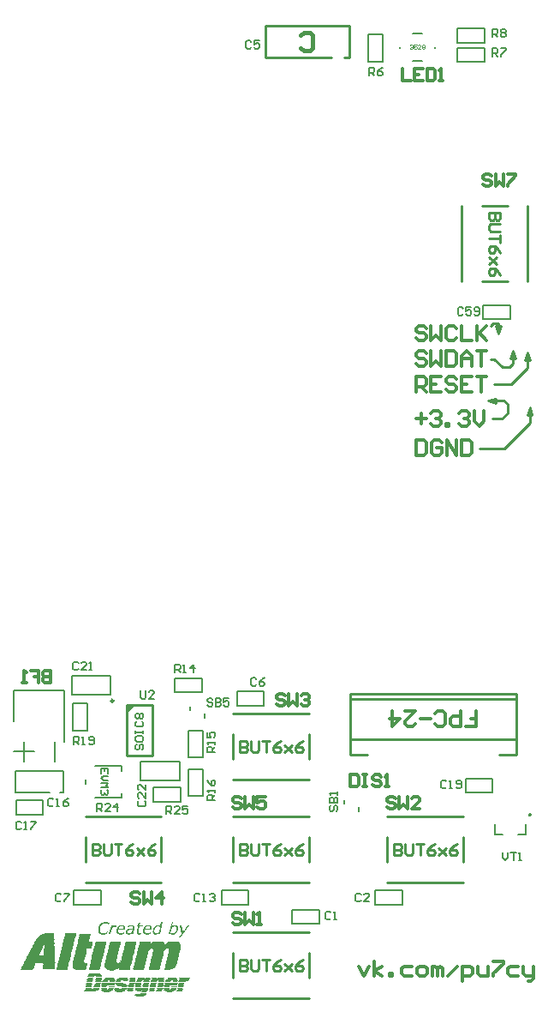
<source format=gbr>
%TF.GenerationSoftware,Altium Limited,Altium Designer,19.0.12 (326)*%
G04 Layer_Color=65535*
%FSLAX26Y26*%
%MOIN*%
%TF.FileFunction,Legend,Top*%
%TF.Part,Single*%
G01*
G75*
%TA.AperFunction,NonConductor*%
%ADD66C,0.010000*%
%ADD68C,0.009842*%
%ADD74C,0.007992*%
%ADD75C,0.006000*%
%ADD76C,0.008000*%
%ADD78C,0.007874*%
%ADD80C,0.015748*%
%ADD82C,0.005906*%
%ADD83C,0.011811*%
%ADD122C,0.002000*%
%ADD123C,0.003000*%
%ADD124C,0.004000*%
G36*
X424328Y430017D02*
X425349Y429944D01*
X426588Y429872D01*
X427827Y429653D01*
X429212Y429434D01*
X430598Y429070D01*
X430670D01*
X430743Y428997D01*
X430962D01*
X431254Y428851D01*
X431983Y428632D01*
X432930Y428268D01*
X434024Y427830D01*
X435336Y427320D01*
X436648Y426664D01*
X438106Y425935D01*
X436648Y418864D01*
X436138D01*
X436065Y418937D01*
X435992Y419009D01*
X435773Y419228D01*
X435482Y419520D01*
X434826Y420103D01*
X434024Y420759D01*
X433951Y420832D01*
X433805Y420905D01*
X433586Y421123D01*
X433222Y421342D01*
X432784Y421634D01*
X432274Y421925D01*
X431618Y422363D01*
X430889Y422727D01*
X430816Y422800D01*
X430598Y422873D01*
X430233Y423092D01*
X429723Y423310D01*
X429139Y423529D01*
X428411Y423748D01*
X427609Y424039D01*
X426734Y424258D01*
X426661D01*
X426296Y424331D01*
X425786Y424477D01*
X425203Y424623D01*
X424401Y424696D01*
X423453Y424841D01*
X422506Y424914D01*
X420683D01*
X420246Y424841D01*
X419808D01*
X418715Y424696D01*
X417476Y424477D01*
X416090Y424112D01*
X414632Y423675D01*
X413247Y423019D01*
X413174D01*
X413101Y422946D01*
X412664Y422654D01*
X411935Y422290D01*
X411060Y421707D01*
X410113Y420978D01*
X409019Y420103D01*
X407926Y419009D01*
X406905Y417843D01*
X406759Y417697D01*
X406468Y417260D01*
X405957Y416604D01*
X405374Y415656D01*
X404718Y414490D01*
X403989Y413177D01*
X403333Y411647D01*
X402677Y409970D01*
Y409897D01*
X402604Y409751D01*
X402531Y409532D01*
X402458Y409168D01*
X402312Y408731D01*
X402239Y408220D01*
X402094Y407637D01*
X401948Y407054D01*
X401656Y405523D01*
X401438Y403919D01*
X401292Y402097D01*
X401219Y400128D01*
Y400055D01*
Y399837D01*
Y399472D01*
X401292Y399035D01*
Y398524D01*
X401365Y397868D01*
X401656Y396410D01*
X402021Y394734D01*
X402604Y393057D01*
X403479Y391380D01*
X403989Y390651D01*
X404572Y389922D01*
X404645Y389849D01*
X404718Y389776D01*
X404937Y389631D01*
X405228Y389339D01*
X405520Y389120D01*
X405957Y388829D01*
X406468Y388464D01*
X407051Y388173D01*
X407707Y387808D01*
X408436Y387517D01*
X409238Y387152D01*
X410113Y386933D01*
X411060Y386715D01*
X412081Y386496D01*
X413174Y386423D01*
X414341Y386350D01*
X414851D01*
X415434Y386423D01*
X416163D01*
X417038Y386496D01*
X417986Y386642D01*
X420027Y387006D01*
X420173D01*
X420464Y387152D01*
X421048Y387298D01*
X421704Y387444D01*
X422433Y387735D01*
X423308Y388027D01*
X424984Y388756D01*
X425057Y388829D01*
X425349Y388902D01*
X425713Y389120D01*
X426224Y389339D01*
X426807Y389704D01*
X427390Y389995D01*
X428629Y390797D01*
X428702Y390870D01*
X428921Y391016D01*
X429212Y391162D01*
X429650Y391453D01*
X430525Y392109D01*
X431472Y392838D01*
X431983D01*
X430452Y385548D01*
X430306Y385475D01*
X429868Y385257D01*
X429212Y384892D01*
X428265Y384528D01*
X427171Y384017D01*
X425859Y383507D01*
X424401Y382997D01*
X422797Y382486D01*
X422724D01*
X422579Y382414D01*
X422360Y382341D01*
X422068Y382268D01*
X421631Y382195D01*
X421193Y382049D01*
X420027Y381830D01*
X418642Y381612D01*
X417111Y381393D01*
X415434Y381247D01*
X413612Y381174D01*
X412737D01*
X412154Y381247D01*
X411352Y381320D01*
X410477Y381393D01*
X409529Y381539D01*
X408509Y381757D01*
X406249Y382268D01*
X405082Y382705D01*
X403916Y383143D01*
X402750Y383653D01*
X401583Y384236D01*
X400563Y384965D01*
X399542Y385767D01*
X399469Y385840D01*
X399323Y385986D01*
X399105Y386277D01*
X398740Y386642D01*
X398376Y387079D01*
X397938Y387662D01*
X397501Y388391D01*
X397063Y389193D01*
X396553Y390068D01*
X396116Y391016D01*
X395678Y392109D01*
X395314Y393276D01*
X394949Y394588D01*
X394731Y395973D01*
X394585Y397431D01*
X394512Y398962D01*
Y399035D01*
Y399253D01*
Y399618D01*
Y400055D01*
X394585Y400639D01*
Y401295D01*
X394658Y402097D01*
X394731Y402899D01*
X394949Y404794D01*
X395314Y406835D01*
X395751Y408949D01*
X396407Y411063D01*
Y411136D01*
X396480Y411282D01*
X396626Y411647D01*
X396772Y412011D01*
X396991Y412521D01*
X397209Y413104D01*
X397865Y414417D01*
X398667Y416021D01*
X399615Y417697D01*
X400781Y419374D01*
X402094Y421051D01*
X402166Y421123D01*
X402239Y421269D01*
X402458Y421488D01*
X402750Y421707D01*
X403114Y422071D01*
X403552Y422509D01*
X404572Y423456D01*
X405884Y424477D01*
X407415Y425570D01*
X409092Y426664D01*
X410987Y427612D01*
X411060D01*
X411206Y427685D01*
X411498Y427830D01*
X411935Y427976D01*
X412445Y428195D01*
X413029Y428413D01*
X413685Y428632D01*
X414487Y428851D01*
X415288Y429070D01*
X416236Y429288D01*
X418277Y429726D01*
X420464Y430017D01*
X422870Y430090D01*
X423599D01*
X424328Y430017D01*
D02*
G37*
G36*
X635301Y382049D02*
X629396D01*
X630198Y385694D01*
X630125D01*
X630052Y385548D01*
X629833Y385475D01*
X629542Y385257D01*
X628813Y384819D01*
X627865Y384236D01*
X626844Y383653D01*
X625751Y382997D01*
X624730Y382486D01*
X623710Y382049D01*
X623637Y381976D01*
X623272Y381903D01*
X622762Y381757D01*
X622179Y381612D01*
X621377Y381393D01*
X620429Y381247D01*
X619481Y381174D01*
X618388Y381101D01*
X617878D01*
X617586Y381174D01*
X617149D01*
X616638Y381247D01*
X615545Y381466D01*
X614306Y381903D01*
X612993Y382414D01*
X611681Y383216D01*
X611098Y383653D01*
X610515Y384236D01*
Y384309D01*
X610369Y384382D01*
X610077Y384819D01*
X609567Y385548D01*
X609057Y386569D01*
X608546Y387881D01*
X608036Y389412D01*
X607745Y391307D01*
X607599Y393421D01*
Y393494D01*
Y393640D01*
Y393932D01*
Y394296D01*
X607672Y394734D01*
Y395244D01*
X607817Y396556D01*
X607963Y398014D01*
X608255Y399618D01*
X608619Y401368D01*
X609130Y403044D01*
Y403117D01*
X609202Y403263D01*
X609275Y403482D01*
X609421Y403773D01*
X609567Y404211D01*
X609786Y404648D01*
X610296Y405742D01*
X610879Y406981D01*
X611608Y408293D01*
X612483Y409678D01*
X613431Y410990D01*
Y411063D01*
X613577Y411136D01*
X613941Y411574D01*
X614451Y412157D01*
X615253Y412886D01*
X616201Y413761D01*
X617221Y414635D01*
X618461Y415510D01*
X619773Y416312D01*
X619846D01*
X619919Y416385D01*
X620138Y416531D01*
X620429Y416604D01*
X621158Y416968D01*
X622179Y417333D01*
X623345Y417697D01*
X624657Y418062D01*
X626042Y418280D01*
X627573Y418353D01*
X628594D01*
X629323Y418280D01*
X630125Y418207D01*
X630927Y418062D01*
X632749Y417697D01*
X632895D01*
X633187Y417624D01*
X633624Y417478D01*
X634207Y417260D01*
X634863Y417041D01*
X635665Y416750D01*
X637196Y415948D01*
X640695Y431257D01*
X646673D01*
X635301Y382049D01*
D02*
G37*
G36*
X464496Y417333D02*
X464788D01*
X465079Y417260D01*
X465225D01*
X465589Y417187D01*
X466246Y417114D01*
X467193Y416968D01*
X465808Y411136D01*
X465444D01*
X465298Y411209D01*
X465079D01*
X464715Y411282D01*
X463986Y411428D01*
X463111Y411574D01*
X462892D01*
X462673Y411647D01*
X462382D01*
X461580Y411719D01*
X459976D01*
X459393Y411647D01*
X458664Y411574D01*
X457789Y411355D01*
X456769Y411136D01*
X455675Y410772D01*
X454582Y410334D01*
X454436Y410261D01*
X454071Y410116D01*
X453488Y409824D01*
X452832Y409459D01*
X451957Y408949D01*
X451010Y408439D01*
X449041Y407127D01*
X443282Y382049D01*
X437304D01*
X445323Y417406D01*
X451374D01*
X450135Y412157D01*
X450208D01*
X450353Y412303D01*
X450572Y412448D01*
X450864Y412667D01*
X451593Y413177D01*
X452613Y413761D01*
X453707Y414417D01*
X454946Y415146D01*
X456113Y415729D01*
X457279Y416239D01*
X457425Y416312D01*
X457789Y416458D01*
X458372Y416604D01*
X459101Y416822D01*
X459903Y417041D01*
X460851Y417260D01*
X461872Y417333D01*
X462892Y417406D01*
X463767D01*
X464496Y417333D01*
D02*
G37*
G36*
X716657Y369000D02*
X709950D01*
X720375Y384309D01*
X714033Y417406D01*
X720083D01*
X725041Y391235D01*
X741808Y417406D01*
X748442D01*
X716657Y369000D01*
D02*
G37*
G36*
X525513Y418207D02*
X526169D01*
X527627Y417989D01*
X529231Y417770D01*
X530835Y417406D01*
X532366Y416895D01*
X533095Y416531D01*
X533751Y416166D01*
X533824D01*
X533897Y416093D01*
X534261Y415802D01*
X534845Y415291D01*
X535428Y414562D01*
X536011Y413688D01*
X536594Y412594D01*
X536959Y411209D01*
X537104Y410480D01*
Y409678D01*
Y409605D01*
Y409532D01*
Y409095D01*
X537032Y408512D01*
X536959Y407856D01*
Y407783D01*
Y407710D01*
X536886Y407272D01*
X536740Y406689D01*
X536594Y406033D01*
X531054Y382049D01*
X525149D01*
X526024Y385767D01*
X525951D01*
X525878Y385694D01*
X525659Y385548D01*
X525440Y385402D01*
X524639Y384965D01*
X523691Y384309D01*
X523618Y384236D01*
X523472Y384163D01*
X523181Y384017D01*
X522743Y383799D01*
X521795Y383288D01*
X520702Y382778D01*
X520629D01*
X520410Y382632D01*
X520119Y382559D01*
X519681Y382341D01*
X519098Y382195D01*
X518515Y381976D01*
X517057Y381612D01*
X516984D01*
X516692Y381539D01*
X516328Y381466D01*
X515745Y381393D01*
X515089Y381247D01*
X514287Y381174D01*
X513412Y381101D01*
X512100D01*
X511808Y381174D01*
X511006Y381247D01*
X510058Y381393D01*
X508965Y381685D01*
X507872Y382122D01*
X506705Y382705D01*
X505685Y383507D01*
X505539Y383653D01*
X505247Y383945D01*
X504883Y384528D01*
X504372Y385257D01*
X503862Y386132D01*
X503498Y387298D01*
X503206Y388537D01*
X503060Y389922D01*
Y389995D01*
Y390141D01*
Y390360D01*
Y390651D01*
X503133Y391380D01*
X503279Y392401D01*
X503498Y393494D01*
X503862Y394661D01*
X504299Y395900D01*
X504883Y396994D01*
X504955Y397139D01*
X505247Y397504D01*
X505685Y398014D01*
X506268Y398670D01*
X506997Y399399D01*
X507944Y400201D01*
X509038Y401003D01*
X510350Y401732D01*
X510423D01*
X510496Y401805D01*
X510715Y401878D01*
X511006Y402024D01*
X511735Y402388D01*
X512756Y402753D01*
X513995Y403190D01*
X515453Y403627D01*
X517130Y403992D01*
X518952Y404356D01*
X519025D01*
X519171Y404429D01*
X519463D01*
X519827Y404502D01*
X520337Y404575D01*
X520921Y404648D01*
X521577Y404721D01*
X522306Y404794D01*
X523108Y404867D01*
X523982Y404940D01*
X525951Y405158D01*
X528138Y405304D01*
X530471Y405377D01*
Y405450D01*
X530543Y405523D01*
X530616Y405887D01*
X530689Y406398D01*
X530835Y406908D01*
Y407054D01*
X530908Y407345D01*
X530981Y407710D01*
Y408220D01*
Y408293D01*
Y408512D01*
Y408803D01*
X530908Y409168D01*
X530689Y409970D01*
X530325Y410772D01*
Y410845D01*
X530252Y410918D01*
X529887Y411355D01*
X529377Y411792D01*
X528648Y412303D01*
X528575D01*
X528429Y412375D01*
X528211Y412521D01*
X527919Y412594D01*
X527117Y412886D01*
X526096Y413104D01*
X526024D01*
X525878Y413177D01*
X525513D01*
X525149Y413250D01*
X524639D01*
X524128Y413323D01*
X522379D01*
X521795Y413250D01*
X521066Y413177D01*
X520119Y413104D01*
X519098Y412959D01*
X517859Y412667D01*
X516620Y412375D01*
X516547D01*
X516474Y412303D01*
X516036Y412230D01*
X515453Y412084D01*
X514651Y411865D01*
X513776Y411574D01*
X512829Y411282D01*
X511954Y410990D01*
X511079Y410626D01*
X510788D01*
X511954Y416531D01*
X512027D01*
X512318Y416604D01*
X512683Y416750D01*
X513266Y416895D01*
X513995Y417041D01*
X514943Y417187D01*
X515963Y417406D01*
X517203Y417624D01*
X517348D01*
X517786Y417697D01*
X518515Y417843D01*
X519390Y417989D01*
X520410Y418062D01*
X521504Y418207D01*
X523909Y418280D01*
X525003D01*
X525513Y418207D01*
D02*
G37*
G36*
X556715Y417406D02*
X569035D01*
X567941Y412667D01*
X555621D01*
X551903Y396265D01*
Y396192D01*
X551830Y396046D01*
X551757Y395754D01*
X551684Y395390D01*
X551611Y394952D01*
X551466Y394515D01*
X551247Y393349D01*
Y393276D01*
Y393057D01*
X551174Y392765D01*
Y392401D01*
X551101Y391599D01*
X551028Y390797D01*
Y390724D01*
Y390433D01*
X551101Y389995D01*
X551174Y389558D01*
X551320Y388975D01*
X551539Y388391D01*
X551830Y387881D01*
X552195Y387371D01*
X552268Y387298D01*
X552413Y387225D01*
X552778Y387006D01*
X553215Y386861D01*
X553798Y386642D01*
X554600Y386423D01*
X555475Y386350D01*
X556569Y386277D01*
X557079D01*
X557443Y386350D01*
X557881D01*
X558391Y386496D01*
X559630Y386715D01*
X559703D01*
X559922Y386788D01*
X560214Y386861D01*
X560651Y387006D01*
X561453Y387225D01*
X561745Y387298D01*
X562036Y387444D01*
X562401D01*
X561234Y382268D01*
X561161D01*
X560943Y382195D01*
X560578Y382122D01*
X560141Y382049D01*
X559558Y381976D01*
X558902Y381830D01*
X557443Y381612D01*
X557371D01*
X557079Y381539D01*
X556715D01*
X556277Y381466D01*
X555111Y381393D01*
X553944Y381320D01*
X553215D01*
X552413Y381393D01*
X551466Y381539D01*
X550372Y381757D01*
X549206Y382122D01*
X548185Y382559D01*
X547165Y383216D01*
X547092Y383288D01*
X546800Y383580D01*
X546436Y384017D01*
X545998Y384673D01*
X545561Y385548D01*
X545196Y386569D01*
X544905Y387808D01*
X544832Y389266D01*
Y389339D01*
Y389412D01*
Y389922D01*
Y390578D01*
X544905Y391307D01*
Y391380D01*
Y391453D01*
X544978Y391672D01*
X545051Y391964D01*
X545123Y392692D01*
X545342Y393567D01*
X549716Y412667D01*
X545707D01*
X546800Y417406D01*
X550810D01*
X553142Y427539D01*
X559047D01*
X556715Y417406D01*
D02*
G37*
G36*
X591415Y418280D02*
X591852D01*
X592436Y418207D01*
X593821Y417989D01*
X595279Y417624D01*
X596809Y417041D01*
X598268Y416312D01*
X599580Y415291D01*
X599653D01*
X599726Y415146D01*
X600090Y414708D01*
X600600Y414052D01*
X601183Y413104D01*
X601767Y411938D01*
X602277Y410480D01*
X602641Y408803D01*
X602787Y407929D01*
Y406908D01*
Y406835D01*
Y406762D01*
Y406471D01*
Y406179D01*
X602714Y405742D01*
X602641Y405231D01*
X602569Y404648D01*
X602496Y403919D01*
Y403846D01*
X602423Y403555D01*
X602350Y403117D01*
X602277Y402534D01*
X602131Y401878D01*
X601985Y401076D01*
X601840Y400128D01*
X601621Y399181D01*
X575596D01*
Y399108D01*
Y399035D01*
X575523Y398597D01*
X575450Y398014D01*
X575377Y397358D01*
Y397285D01*
Y397212D01*
Y396848D01*
X575304Y396265D01*
Y395681D01*
Y395608D01*
Y395463D01*
Y395244D01*
X575377Y394952D01*
X575450Y394151D01*
X575668Y393130D01*
X575960Y392036D01*
X576470Y390870D01*
X577126Y389704D01*
X578001Y388683D01*
X578147Y388610D01*
X578512Y388318D01*
X579095Y387881D01*
X579970Y387444D01*
X581063Y387006D01*
X582375Y386569D01*
X583979Y386277D01*
X585729Y386204D01*
X586312D01*
X587041Y386277D01*
X587916Y386350D01*
X588936Y386496D01*
X590176Y386788D01*
X591488Y387079D01*
X592800Y387517D01*
X592873D01*
X592946Y387589D01*
X593456Y387735D01*
X594112Y388027D01*
X594987Y388464D01*
X595935Y388902D01*
X597028Y389412D01*
X598049Y389995D01*
X599069Y390651D01*
X599434D01*
X598122Y384163D01*
X598049D01*
X597830Y384090D01*
X597538Y383945D01*
X597174Y383872D01*
X596226Y383507D01*
X595206Y383143D01*
X595133D01*
X594987Y383070D01*
X594695Y382997D01*
X594331Y382851D01*
X593894Y382705D01*
X593310Y382559D01*
X592727Y382341D01*
X591998Y382195D01*
X591925D01*
X591707Y382122D01*
X591342Y382049D01*
X590832Y381976D01*
X589738Y381757D01*
X588572Y381539D01*
X588499D01*
X588280Y381466D01*
X587989D01*
X587551Y381393D01*
X586968Y381320D01*
X586312D01*
X585583Y381247D01*
X584052D01*
X583542Y381320D01*
X582958D01*
X582230Y381466D01*
X581428Y381539D01*
X580553Y381685D01*
X578730Y382122D01*
X576835Y382705D01*
X574939Y383580D01*
X574065Y384090D01*
X573263Y384673D01*
X573190Y384746D01*
X573117Y384819D01*
X572898Y385038D01*
X572607Y385330D01*
X572315Y385694D01*
X571951Y386132D01*
X571586Y386642D01*
X571222Y387225D01*
X570784Y387881D01*
X570420Y388610D01*
X570055Y389485D01*
X569764Y390360D01*
X569472Y391380D01*
X569253Y392401D01*
X569180Y393494D01*
X569107Y394734D01*
Y394880D01*
Y395171D01*
X569180Y395681D01*
Y396337D01*
X569326Y397212D01*
X569399Y398160D01*
X569618Y399253D01*
X569909Y400420D01*
X570201Y401732D01*
X570638Y403044D01*
X571076Y404429D01*
X571659Y405815D01*
X572388Y407272D01*
X573190Y408658D01*
X574138Y410043D01*
X575231Y411355D01*
X575304Y411428D01*
X575523Y411647D01*
X575887Y412011D01*
X576325Y412448D01*
X576908Y412959D01*
X577637Y413542D01*
X578512Y414198D01*
X579459Y414854D01*
X580480Y415510D01*
X581646Y416166D01*
X582886Y416750D01*
X584198Y417260D01*
X585656Y417697D01*
X587114Y418062D01*
X588718Y418280D01*
X590394Y418353D01*
X590977D01*
X591415Y418280D01*
D02*
G37*
G36*
X488334D02*
X488772D01*
X489355Y418207D01*
X490740Y417989D01*
X492198Y417624D01*
X493729Y417041D01*
X495187Y416312D01*
X496499Y415291D01*
X496572D01*
X496645Y415146D01*
X497009Y414708D01*
X497520Y414052D01*
X498103Y413104D01*
X498686Y411938D01*
X499196Y410480D01*
X499561Y408803D01*
X499707Y407929D01*
Y406908D01*
Y406835D01*
Y406762D01*
Y406471D01*
Y406179D01*
X499634Y405742D01*
X499561Y405231D01*
X499488Y404648D01*
X499415Y403919D01*
Y403846D01*
X499342Y403555D01*
X499269Y403117D01*
X499196Y402534D01*
X499051Y401878D01*
X498905Y401076D01*
X498759Y400128D01*
X498540Y399181D01*
X472515D01*
Y399108D01*
Y399035D01*
X472442Y398597D01*
X472369Y398014D01*
X472296Y397358D01*
Y397285D01*
Y397212D01*
Y396848D01*
X472223Y396265D01*
Y395681D01*
Y395608D01*
Y395463D01*
Y395244D01*
X472296Y394952D01*
X472369Y394151D01*
X472588Y393130D01*
X472880Y392036D01*
X473390Y390870D01*
X474046Y389704D01*
X474921Y388683D01*
X475067Y388610D01*
X475431Y388318D01*
X476014Y387881D01*
X476889Y387444D01*
X477983Y387006D01*
X479295Y386569D01*
X480899Y386277D01*
X482648Y386204D01*
X483231D01*
X483960Y386277D01*
X484835Y386350D01*
X485856Y386496D01*
X487095Y386788D01*
X488407Y387079D01*
X489719Y387517D01*
X489792D01*
X489865Y387589D01*
X490375Y387735D01*
X491032Y388027D01*
X491906Y388464D01*
X492854Y388902D01*
X493948Y389412D01*
X494968Y389995D01*
X495989Y390651D01*
X496353D01*
X495041Y384163D01*
X494968D01*
X494750Y384090D01*
X494458Y383945D01*
X494093Y383872D01*
X493146Y383507D01*
X492125Y383143D01*
X492052D01*
X491906Y383070D01*
X491615Y382997D01*
X491250Y382851D01*
X490813Y382705D01*
X490230Y382559D01*
X489647Y382341D01*
X488918Y382195D01*
X488845D01*
X488626Y382122D01*
X488261Y382049D01*
X487751Y381976D01*
X486658Y381757D01*
X485491Y381539D01*
X485418D01*
X485200Y381466D01*
X484908D01*
X484471Y381393D01*
X483887Y381320D01*
X483231D01*
X482502Y381247D01*
X480971D01*
X480461Y381320D01*
X479878D01*
X479149Y381466D01*
X478347Y381539D01*
X477472Y381685D01*
X475650Y382122D01*
X473754Y382705D01*
X471859Y383580D01*
X470984Y384090D01*
X470182Y384673D01*
X470109Y384746D01*
X470036Y384819D01*
X469818Y385038D01*
X469526Y385330D01*
X469235Y385694D01*
X468870Y386132D01*
X468505Y386642D01*
X468141Y387225D01*
X467704Y387881D01*
X467339Y388610D01*
X466975Y389485D01*
X466683Y390360D01*
X466391Y391380D01*
X466173Y392401D01*
X466100Y393494D01*
X466027Y394734D01*
Y394880D01*
Y395171D01*
X466100Y395681D01*
Y396337D01*
X466246Y397212D01*
X466318Y398160D01*
X466537Y399253D01*
X466829Y400420D01*
X467120Y401732D01*
X467558Y403044D01*
X467995Y404429D01*
X468578Y405815D01*
X469307Y407272D01*
X470109Y408658D01*
X471057Y410043D01*
X472151Y411355D01*
X472223Y411428D01*
X472442Y411647D01*
X472807Y412011D01*
X473244Y412448D01*
X473827Y412959D01*
X474556Y413542D01*
X475431Y414198D01*
X476379Y414854D01*
X477399Y415510D01*
X478566Y416166D01*
X479805Y416750D01*
X481117Y417260D01*
X482575Y417697D01*
X484033Y418062D01*
X485637Y418280D01*
X487314Y418353D01*
X487897D01*
X488334Y418280D01*
D02*
G37*
G36*
X683050Y413615D02*
X683196Y413688D01*
X683561Y413979D01*
X684144Y414344D01*
X684873Y414781D01*
X685747Y415365D01*
X686695Y415875D01*
X688809Y416968D01*
X688955Y417041D01*
X689320Y417187D01*
X689903Y417406D01*
X690632Y417697D01*
X691580Y417916D01*
X692673Y418135D01*
X693839Y418281D01*
X695079Y418353D01*
X695589D01*
X695953Y418281D01*
X696391D01*
X696901Y418208D01*
X697995Y417989D01*
X699307Y417551D01*
X700619Y416968D01*
X701858Y416239D01*
X702514Y415729D01*
X703025Y415146D01*
X703171Y415000D01*
X703316Y414781D01*
X703462Y414563D01*
X703900Y413834D01*
X704410Y412813D01*
X704920Y411574D01*
X705358Y410043D01*
X705649Y408220D01*
X705795Y406179D01*
Y406106D01*
Y405960D01*
Y405669D01*
Y405304D01*
X705722Y404867D01*
Y404284D01*
X705576Y403044D01*
X705358Y401514D01*
X705066Y399837D01*
X704702Y398087D01*
X704118Y396338D01*
Y396265D01*
X704045Y396119D01*
X703972Y395900D01*
X703827Y395536D01*
X703681Y395171D01*
X703462Y394661D01*
X702952Y393567D01*
X702369Y392328D01*
X701640Y391016D01*
X700765Y389704D01*
X699817Y388392D01*
Y388319D01*
X699671Y388246D01*
X699307Y387808D01*
X698724Y387152D01*
X697995Y386423D01*
X697047Y385548D01*
X695953Y384674D01*
X694787Y383799D01*
X693475Y382997D01*
X693402D01*
X693329Y382924D01*
X692892Y382705D01*
X692163Y382414D01*
X691215Y382049D01*
X690121Y381685D01*
X688809Y381393D01*
X687351Y381174D01*
X685820Y381101D01*
X685310D01*
X684800Y381174D01*
X684071D01*
X683269Y381247D01*
X682394Y381393D01*
X680499Y381830D01*
X680426Y381830D01*
X680061Y381976D01*
X679624Y382122D01*
X679041Y382341D01*
X678385Y382559D01*
X677656Y382924D01*
X676125Y383726D01*
X675323Y382049D01*
X669855D01*
X681155Y431257D01*
X687060D01*
X683050Y413615D01*
D02*
G37*
%LPC*%
G36*
X627573Y413250D02*
X626990D01*
X626407Y413177D01*
X625605Y413032D01*
X624657Y412886D01*
X623637Y412594D01*
X622689Y412157D01*
X621668Y411647D01*
X621523Y411574D01*
X621231Y411355D01*
X620794Y410990D01*
X620138Y410480D01*
X619481Y409897D01*
X618752Y409095D01*
X617951Y408293D01*
X617221Y407272D01*
X617149Y407127D01*
X616930Y406835D01*
X616638Y406325D01*
X616274Y405596D01*
X615836Y404721D01*
X615472Y403700D01*
X615034Y402534D01*
X614670Y401295D01*
Y401222D01*
Y401149D01*
X614524Y400712D01*
X614378Y399983D01*
X614233Y399108D01*
X614087Y398087D01*
X613941Y396921D01*
X613868Y395681D01*
X613795Y394442D01*
Y394369D01*
Y394296D01*
Y393786D01*
X613868Y393130D01*
X614014Y392328D01*
X614160Y391380D01*
X614451Y390360D01*
X614889Y389485D01*
X615399Y388610D01*
X615472Y388537D01*
X615691Y388318D01*
X616128Y387954D01*
X616711Y387589D01*
X617440Y387225D01*
X618388Y386861D01*
X619481Y386642D01*
X620794Y386569D01*
X621231D01*
X621814Y386642D01*
X622470Y386715D01*
X623345Y386861D01*
X624220Y387152D01*
X625240Y387444D01*
X626261Y387881D01*
X626407Y387954D01*
X626698Y388100D01*
X627282Y388391D01*
X627938Y388756D01*
X628740Y389193D01*
X629615Y389704D01*
X631364Y390797D01*
X636030Y411063D01*
X635957Y411136D01*
X635665Y411209D01*
X635228Y411428D01*
X634717Y411647D01*
X634061Y411938D01*
X633405Y412230D01*
X631874Y412667D01*
X631802D01*
X631510Y412740D01*
X631145Y412886D01*
X630562Y412959D01*
X629906Y413104D01*
X629177Y413177D01*
X627573Y413250D01*
D02*
G37*
G36*
X529377Y400639D02*
X528940D01*
X528575Y400566D01*
X527627D01*
X526534Y400493D01*
X525149Y400347D01*
X523691Y400201D01*
X522233Y400055D01*
X520775Y399837D01*
X520629D01*
X520410Y399764D01*
X520119D01*
X519463Y399618D01*
X518588Y399472D01*
X517567Y399253D01*
X516547Y398962D01*
X515453Y398670D01*
X514505Y398306D01*
X514360Y398233D01*
X514068Y398087D01*
X513631Y397868D01*
X513047Y397577D01*
X512464Y397139D01*
X511808Y396629D01*
X511152Y396119D01*
X510642Y395463D01*
X510569Y395390D01*
X510423Y395171D01*
X510204Y394734D01*
X509986Y394223D01*
X509767Y393640D01*
X509548Y392838D01*
X509402Y391964D01*
X509329Y391016D01*
Y390943D01*
Y390651D01*
X509402Y390214D01*
X509548Y389776D01*
X509694Y389193D01*
X509986Y388610D01*
X510350Y388100D01*
X510860Y387589D01*
X510933Y387517D01*
X511152Y387444D01*
X511517Y387225D01*
X512027Y387006D01*
X512683Y386788D01*
X513558Y386642D01*
X514505Y386496D01*
X515672Y386423D01*
X516182D01*
X516765Y386496D01*
X517494Y386569D01*
X518369Y386715D01*
X519390Y386933D01*
X520483Y387225D01*
X521577Y387662D01*
X521722Y387735D01*
X522087Y387881D01*
X522670Y388173D01*
X523399Y388537D01*
X524274Y388975D01*
X525149Y389485D01*
X527117Y390724D01*
X529377Y400639D01*
D02*
G37*
G36*
X589155Y413615D02*
X588718D01*
X588426Y413542D01*
X587551Y413469D01*
X586531Y413250D01*
X585291Y412959D01*
X583906Y412448D01*
X582521Y411792D01*
X581209Y410845D01*
X581136D01*
X581063Y410699D01*
X580626Y410334D01*
X580043Y409751D01*
X579313Y408876D01*
X578512Y407856D01*
X577710Y406616D01*
X577054Y405158D01*
X576470Y403555D01*
X596737D01*
Y403627D01*
Y403700D01*
X596809Y404065D01*
X596882Y404575D01*
X596955Y405013D01*
Y405158D01*
X597028Y405450D01*
Y405887D01*
Y406471D01*
Y406543D01*
Y406616D01*
Y407054D01*
X596955Y407637D01*
X596809Y408366D01*
X596591Y409241D01*
X596226Y410116D01*
X595789Y410918D01*
X595133Y411719D01*
X595060Y411792D01*
X594768Y412011D01*
X594331Y412303D01*
X593675Y412667D01*
X592873Y413032D01*
X591852Y413323D01*
X590613Y413542D01*
X589155Y413615D01*
D02*
G37*
G36*
X486074D02*
X485637D01*
X485345Y413542D01*
X484471Y413469D01*
X483450Y413250D01*
X482211Y412959D01*
X480826Y412448D01*
X479440Y411792D01*
X478128Y410845D01*
X478055D01*
X477983Y410699D01*
X477545Y410334D01*
X476962Y409751D01*
X476233Y408876D01*
X475431Y407856D01*
X474629Y406616D01*
X473973Y405158D01*
X473390Y403555D01*
X493656D01*
Y403627D01*
Y403700D01*
X493729Y404065D01*
X493802Y404575D01*
X493875Y405013D01*
Y405158D01*
X493948Y405450D01*
Y405887D01*
Y406471D01*
Y406543D01*
Y406616D01*
Y407054D01*
X493875Y407637D01*
X493729Y408366D01*
X493510Y409241D01*
X493146Y410116D01*
X492708Y410918D01*
X492052Y411719D01*
X491979Y411792D01*
X491688Y412011D01*
X491250Y412303D01*
X490594Y412667D01*
X489792Y413032D01*
X488772Y413323D01*
X487532Y413542D01*
X486074Y413615D01*
D02*
G37*
G36*
X692600Y412886D02*
X692163D01*
X691652Y412813D01*
X690923Y412740D01*
X690121Y412594D01*
X689174Y412303D01*
X688153Y412011D01*
X687133Y411574D01*
X686987Y411501D01*
X686622Y411355D01*
X686112Y411063D01*
X685383Y410699D01*
X684581Y410262D01*
X683706Y409751D01*
X681884Y408585D01*
X677218Y388464D01*
X677291Y388391D01*
X677583Y388318D01*
X677947Y388100D01*
X678457Y387881D01*
X679114Y387589D01*
X679770Y387298D01*
X681155Y386788D01*
X681228D01*
X681519Y386715D01*
X681884Y386642D01*
X682467Y386496D01*
X683123Y386423D01*
X683925Y386277D01*
X684800Y386204D01*
X686331D01*
X686914Y386277D01*
X687716Y386423D01*
X688663Y386569D01*
X689684Y386861D01*
X690705Y387298D01*
X691652Y387808D01*
X691798Y387881D01*
X692090Y388100D01*
X692600Y388464D01*
X693183Y388902D01*
X693912Y389558D01*
X694641Y390214D01*
X695370Y391089D01*
X696026Y391964D01*
X696099Y392109D01*
X696318Y392474D01*
X696610Y392984D01*
X697047Y393786D01*
X697412Y394661D01*
X697849Y395682D01*
X698286Y396848D01*
X698651Y398014D01*
Y398087D01*
X698724Y398160D01*
X698797Y398598D01*
X698942Y399254D01*
X699161Y400128D01*
X699307Y401149D01*
X699453Y402388D01*
X699526Y403628D01*
X699598Y405013D01*
Y405086D01*
Y405159D01*
Y405669D01*
X699526Y406325D01*
X699380Y407200D01*
X699161Y408075D01*
X698870Y409095D01*
X698505Y410043D01*
X697922Y410845D01*
X697849Y410918D01*
X697630Y411136D01*
X697193Y411501D01*
X696610Y411865D01*
X695881Y412230D01*
X695006Y412594D01*
X693912Y412813D01*
X692600Y412886D01*
D02*
G37*
%LPD*%
D66*
X639960Y583464D02*
X344686D01*
Y662204D02*
Y760630D01*
Y839370D02*
X639960D01*
Y760630D02*
Y662204D01*
X919686Y310630D02*
Y212204D01*
Y133464D02*
X1214960D01*
Y212204D02*
Y310630D01*
Y389370D02*
X919686D01*
Y583464D02*
X1214960D01*
Y662204D02*
Y760630D01*
Y839370D02*
X919686D01*
Y760630D02*
Y662204D01*
X1214960Y983464D02*
X919686D01*
Y1062204D02*
Y1160630D01*
Y1239370D02*
X1214960D01*
Y1160630D02*
Y1062204D01*
X1377322Y1081496D02*
Y1317716D01*
X2022992D01*
Y1081496D01*
X1956064D01*
X2022992Y1140552D02*
X1377322D01*
Y1081496D02*
X1444252D01*
X1377322Y1298032D02*
X2022992D01*
X1814960Y839370D02*
X1519686D01*
Y760630D02*
Y662204D01*
Y583464D02*
X1814960D01*
Y662204D02*
Y760630D01*
X606000Y1273426D02*
Y1076574D01*
X506000D01*
Y1273426D01*
X606000D01*
X540000D02*
X529426D01*
X506000Y1250000D01*
Y1260000D02*
X519426Y1273426D01*
X520000D01*
X1880000Y2271000D02*
X1974482D01*
X2075416Y2371934D01*
Y2423477D01*
Y2430000D02*
X2084069Y2400000D01*
X2065416D01*
X2075416Y2430000D01*
Y2390000D01*
X1987796Y2406069D02*
Y2442546D01*
X1974308Y2456034D01*
X1930000D01*
X1912154D02*
X1942154Y2446034D01*
Y2464687D01*
X1912154Y2456034D01*
X1952154D01*
X1967357Y2385630D02*
X1987796Y2406069D01*
X2002089Y2520147D02*
X2066536Y2584594D01*
Y2639000D01*
Y2587457D01*
Y2604544D02*
Y2644544D01*
X2075189Y2614544D01*
X2056536D01*
X2066536Y2644544D01*
X2009421Y2650000D02*
X2018073Y2620000D01*
X1999421D01*
X2009421Y2650000D01*
Y2610000D01*
Y2600000D02*
Y2635284D01*
Y2600000D02*
X1996878Y2587457D01*
X1967976D01*
X1936850Y2618583D01*
X1922401D01*
X1937008Y2520147D02*
X2002089D01*
X1967357Y2385630D02*
X1928653D01*
X1951549Y2716920D02*
X1961549Y2746920D01*
X1942896D01*
X1951549Y2716920D01*
Y2756920D01*
X1932085D01*
X1922401Y2747237D01*
X1987796Y2919686D02*
X1889370D01*
X2066536D02*
Y3214960D01*
X1987796D02*
X1889370D01*
X1810630D02*
Y2919686D01*
X1372244Y3789008D02*
Y3914992D01*
X1045472D01*
Y3789008D01*
X1301378D01*
X1352558D02*
X1372244D01*
D68*
X588710Y696979D02*
X595925Y689764D01*
X610356D01*
X617572Y696979D01*
Y704195D01*
X610356Y711410D01*
X588710D01*
Y696979D01*
Y711410D02*
X603141Y725841D01*
X617572Y733057D01*
X574279Y718626D02*
X545417Y689764D01*
X523770D02*
X530986Y696979D01*
Y704195D01*
X523770Y711410D01*
X502123D01*
Y696979D01*
X509339Y689764D01*
X523770D01*
X516554Y725841D02*
X502123Y711410D01*
X516554Y725841D02*
X530986Y733057D01*
X545417Y718626D02*
X574279Y689764D01*
X559847Y704195D01*
X574279Y718626D01*
X487692Y733057D02*
X473261D01*
Y689764D01*
X437184D02*
X444399Y696979D01*
Y733057D01*
X458830D02*
X487692D01*
X415537D02*
Y696979D01*
X422753Y689764D01*
X437184D01*
X393891D02*
X401106Y696979D01*
Y704195D01*
X393891Y711410D01*
X372244D01*
X393891D01*
X401106Y718626D01*
Y725841D01*
X393891Y733057D01*
X372244D01*
Y689764D01*
X393891D01*
X947244Y261410D02*
X968891D01*
X947244D01*
Y239764D02*
X968891D01*
X976106Y246979D01*
Y254195D01*
X968891Y261410D01*
X976106Y268626D01*
Y275841D01*
X968891Y283057D01*
X947244D01*
Y239764D01*
X990537Y246979D02*
X997753Y239764D01*
X1012184D01*
X1019399Y246979D01*
Y283057D01*
X1033830D02*
X1062692D01*
X1048261D01*
Y239764D01*
X1077123Y246979D02*
X1084339Y239764D01*
X1098770D01*
X1105986Y246979D01*
Y254195D01*
X1098770Y261410D01*
X1077123D01*
Y246979D01*
Y261410D02*
X1091554Y275841D01*
X1105986Y283057D01*
X1120417Y268626D02*
X1149279Y239764D01*
X1134848Y254195D01*
X1149279Y268626D01*
X1120417Y239764D01*
X1163710Y246979D02*
X1170925Y239764D01*
X1185356D01*
X1192572Y246979D01*
Y254195D01*
X1185356Y261410D01*
X1163710D01*
Y246979D01*
Y261410D02*
X1178141Y275841D01*
X1192572Y283057D01*
X990537D02*
Y246979D01*
X1547244Y689764D02*
X1568891D01*
X1576106Y696979D01*
Y704195D01*
X1568891Y711410D01*
X1547244D01*
X1568891D01*
X1576106Y718626D01*
Y725841D01*
X1568891Y733057D01*
X1547244D01*
Y689764D01*
X1590537Y696979D02*
X1597753Y689764D01*
X1612184D01*
X1619399Y696979D01*
Y733057D01*
X1633830D02*
X1662692D01*
X1648261D01*
Y689764D01*
X1677123Y696979D02*
X1684339Y689764D01*
X1698770D01*
X1705986Y696979D01*
Y704195D01*
X1698770Y711410D01*
X1677123D01*
Y696979D01*
Y711410D02*
X1691554Y725841D01*
X1705986Y733057D01*
X1720417Y718626D02*
X1749279Y689764D01*
X1734848Y704195D01*
X1749279Y718626D01*
X1720417Y689764D01*
X1763710Y696979D02*
X1770925Y689764D01*
X1785356D01*
X1792572Y696979D01*
Y704195D01*
X1785356Y711410D01*
X1763710D01*
Y696979D01*
Y711410D02*
X1778141Y725841D01*
X1792572Y733057D01*
X2079937Y847000D02*
G03*
X2079937Y847000I-3937J0D01*
G01*
X1590537Y733057D02*
Y696979D01*
X1185356Y1089764D02*
X1192572Y1096979D01*
Y1104195D01*
X1185356Y1111410D01*
X1163710D01*
Y1096979D01*
X1170925Y1089764D01*
X1185356D01*
X1192572Y1133057D02*
X1178141Y1125841D01*
X1163710Y1111410D01*
X1149279Y1118626D02*
X1120417Y1089764D01*
X1098770D02*
X1105986Y1096979D01*
Y1104195D01*
X1098770Y1111410D01*
X1077123D01*
Y1096979D01*
X1084339Y1089764D01*
X1098770D01*
X1091554Y1125841D02*
X1077123Y1111410D01*
X1062692Y1133057D02*
X1048261D01*
Y1089764D01*
X1012184D02*
X1019399Y1096979D01*
Y1133057D01*
X1033830D02*
X1062692D01*
X990537D02*
Y1096979D01*
X997753Y1089764D01*
X1012184D01*
X1091554Y1125841D02*
X1105986Y1133057D01*
X1120417Y1118626D02*
X1149279Y1089764D01*
X1134848Y1104195D01*
X1149279Y1118626D01*
X976106D02*
Y1125841D01*
X968891Y1133057D01*
X947244D01*
Y1089764D01*
X968891D01*
X976106Y1096979D01*
Y1104195D01*
X968891Y1111410D01*
X947244D01*
X968891D01*
X976106Y1118626D01*
Y725841D02*
X968891Y733057D01*
X947244D01*
Y689764D01*
X968891D01*
X976106Y696979D01*
Y704195D01*
X968891Y711410D01*
X947244D01*
X968891D01*
X976106Y718626D01*
Y725841D01*
X990537Y733057D02*
Y696979D01*
X997753Y689764D01*
X1012184D01*
X1019399Y696979D01*
Y733057D01*
X1033830D02*
X1062692D01*
X1048261D01*
Y689764D01*
X1077123Y696979D02*
X1084339Y689764D01*
X1098770D01*
X1105986Y696979D01*
Y704195D01*
X1098770Y711410D01*
X1077123D01*
Y696979D01*
Y711410D02*
X1091554Y725841D01*
X1105986Y733057D01*
X1120417Y718626D02*
X1149279Y689764D01*
X1134848Y704195D01*
X1149279Y718626D01*
X1120417Y689764D01*
X1163710Y696979D02*
X1170925Y689764D01*
X1185356D01*
X1192572Y696979D01*
Y704195D01*
X1185356Y711410D01*
X1163710D01*
Y696979D01*
Y711410D02*
X1178141Y725841D01*
X1192572Y733057D01*
X454921Y1290000D02*
G03*
X454921Y1290000I-4921J0D01*
G01*
X1916929Y2949289D02*
X1924145Y2942074D01*
X1931360D01*
X1938576Y2949289D01*
Y2970936D01*
X1924145D01*
X1916929Y2963721D01*
Y2949289D01*
X1953007Y2956505D02*
X1938576Y2970936D01*
X1953007Y2956505D02*
X1960222Y2942074D01*
X1945791Y2985367D02*
X1916929Y3014229D01*
Y3035876D02*
X1924145Y3028660D01*
X1931360D01*
X1938576Y3035876D01*
Y3057522D01*
X1924145D01*
X1916929Y3050307D01*
Y3035876D01*
X1953007Y3043091D02*
X1938576Y3057522D01*
X1953007Y3043091D02*
X1960222Y3028660D01*
X1945791Y3014229D02*
X1916929Y2985367D01*
X1931360Y2999798D01*
X1945791Y2985367D01*
X1960222Y3071953D02*
Y3086384D01*
X1916929D01*
Y3122462D02*
X1924145Y3115246D01*
X1960222D01*
Y3100815D02*
Y3071953D01*
Y3144108D02*
X1924145D01*
X1916929Y3136893D01*
Y3122462D01*
Y3165755D02*
X1924145Y3158539D01*
X1931360D01*
X1938576Y3165755D01*
Y3187402D01*
Y3165755D01*
X1945791Y3158539D01*
X1953007D01*
X1960222Y3165755D01*
Y3187402D01*
X1916929D01*
Y3165755D01*
D74*
X205316Y933662D02*
X71456D01*
Y949410D01*
Y1016338D01*
X260434D01*
Y933662D01*
X244686D01*
X561000Y981308D02*
Y1055308D01*
X712000D01*
Y981308D01*
X561000D01*
X443000Y1313000D02*
Y1387000D01*
X292000D01*
Y1313000D01*
X443000D01*
D75*
X406000Y497000D02*
Y553000D01*
X300000D01*
Y497000D01*
X406000D01*
X181000Y847000D02*
Y903000D01*
X75000D01*
Y847000D01*
X181000D01*
X297000Y1175000D02*
X353000D01*
Y1281000D01*
X297000D01*
Y1175000D01*
X609000Y953000D02*
X715000D01*
Y897000D01*
X609000D01*
Y953000D01*
X747000Y919000D02*
X803000D01*
Y1025000D01*
X747000D01*
Y919000D01*
X803000Y1069000D02*
Y1175000D01*
X747000D01*
Y1069000D01*
X803000D01*
X1041000Y1270032D02*
Y1326032D01*
X935000D01*
Y1270032D01*
X1041000D01*
X800000Y1322000D02*
Y1378000D01*
X694000D01*
Y1322000D01*
X800000D01*
X810432Y1240750D02*
Y1225000D01*
X751378Y1252560D02*
Y1268308D01*
X1351378Y905238D02*
Y889490D01*
X1410434Y877678D02*
Y861930D01*
X1471850Y553000D02*
X1577850D01*
Y497000D01*
X1471850D01*
Y553000D01*
X1256000Y478000D02*
Y422000D01*
X1150000D01*
Y478000D01*
X1256000D01*
X981000Y497000D02*
Y553000D01*
X875000D01*
Y497000D01*
X981000D01*
X1825000Y932000D02*
Y988000D01*
X1931000D01*
Y932000D01*
X1825000D01*
X1940944Y811220D02*
Y771850D01*
X1969442D01*
X2030560D02*
X2059056D01*
Y811220D01*
X2000000Y2772000D02*
Y2828000D01*
X1894000D01*
Y2772000D01*
X2000000D01*
X1900000Y3772000D02*
Y3828000D01*
X1794000D01*
Y3772000D01*
X1900000D01*
Y3847000D02*
Y3903000D01*
X1794000D01*
Y3847000D01*
X1900000D01*
X1503000Y3881000D02*
Y3775000D01*
X1447000D01*
Y3881000D01*
X1503000D01*
D76*
X485000Y912008D02*
Y931692D01*
Y912008D02*
X382638D01*
X485000Y1018308D02*
Y1037992D01*
X382638D01*
X347206Y982874D02*
Y967126D01*
X225000Y1053150D02*
Y1131890D01*
X264370D02*
Y1171260D01*
Y1210630D01*
Y1328740D01*
X67520D01*
Y1210630D01*
Y1328740D01*
Y1092520D02*
X146260D01*
X106890Y1131890D02*
Y1053150D01*
X1620078Y3776378D02*
X1655512D01*
X1706694Y3827560D02*
Y3831496D01*
X1655512Y3882678D02*
X1620078D01*
X1568898Y3831496D02*
Y3827560D01*
D78*
X282476Y536238D02*
X261486Y515248D01*
Y510000D01*
X245743D02*
X250991Y515248D01*
X245743Y510000D02*
X235248D01*
X230000Y515248D01*
Y536238D01*
X235248Y541486D01*
X245743D01*
X250991Y536238D01*
X261486Y541486D02*
X282476D01*
Y536238D01*
X660000Y850000D02*
Y881486D01*
X675743D01*
X680991Y876238D01*
Y865743D01*
X675743Y860495D01*
X660000D01*
X670495D02*
X680991Y850000D01*
X691486D02*
X712476Y870991D01*
Y876238D01*
X707229Y881486D01*
X696734D01*
X691486Y876238D01*
Y850000D02*
X712476D01*
X728220D02*
X722972Y855248D01*
Y865743D02*
X733467Y870991D01*
X738715D01*
X743962Y865743D01*
Y855248D01*
X738715Y850000D01*
X728220D01*
X722972Y865743D02*
Y881486D01*
X743962D01*
X819514Y903000D02*
Y918743D01*
X824762Y923991D01*
X835257D01*
X840505Y918743D01*
Y903000D01*
X851000D02*
X819514D01*
X840505Y913495D02*
X851000Y923991D01*
Y934486D02*
Y944981D01*
Y939734D01*
X819514D01*
X824762Y934486D01*
Y971220D02*
X835257Y960724D01*
X845752D01*
X851000Y965972D01*
Y976467D01*
X845752Y981715D01*
X840505D01*
X835257Y976467D01*
Y960724D01*
X824762Y971220D02*
X819514Y981715D01*
X818514Y1089764D02*
Y1105507D01*
X823762Y1110754D01*
X834257D01*
X839505Y1105507D01*
Y1089764D01*
X850000D02*
X818514D01*
X839505Y1100259D02*
X850000Y1110754D01*
Y1121250D02*
Y1131745D01*
Y1126497D01*
X818514D01*
X823762Y1121250D01*
X818514Y1147488D02*
X834257D01*
X829009Y1157983D01*
Y1163231D01*
X834257Y1168479D01*
X844752D01*
X850000Y1163231D01*
Y1152736D01*
X844752Y1147488D01*
X818514D02*
Y1168479D01*
X888220Y1268308D02*
X882972Y1273556D01*
X888220Y1268308D02*
X898715D01*
X903962Y1273556D01*
Y1284051D01*
X898715Y1289299D01*
X893467D01*
X882972Y1284051D01*
Y1299794D01*
X903962D01*
X990000Y1353280D02*
X995248Y1348032D01*
X1005743D01*
X1010991Y1353280D01*
X1021486D02*
X1026734Y1348032D01*
X1037229D01*
X1042476Y1353280D01*
Y1358527D01*
X1037229Y1363775D01*
X1021486D01*
Y1353280D01*
Y1363775D02*
X1031981Y1374270D01*
X1042476Y1379518D01*
X1010991Y1374270D02*
X1005743Y1379518D01*
X995248D01*
X990000Y1374270D01*
Y1353280D01*
X872476Y1294546D02*
X867229Y1299794D01*
X851486D01*
Y1268308D01*
X867229D01*
X872476Y1273556D01*
Y1278803D01*
X867229Y1284051D01*
X851486D01*
X867229D01*
X872476Y1289299D01*
Y1294546D01*
X840991D02*
X835743Y1299794D01*
X825248D01*
X820000Y1294546D01*
Y1289299D01*
X825248Y1284051D01*
X835743D01*
X840991Y1278803D01*
Y1273556D01*
X835743Y1268308D01*
X825248D01*
X820000Y1273556D01*
X767467Y1400000D02*
Y1431486D01*
X751724Y1415743D01*
X772715D01*
X735981Y1400000D02*
X730734D01*
Y1431486D01*
X725486Y1426238D01*
X714991D02*
Y1415743D01*
X709743Y1410495D01*
X694000D01*
Y1400000D02*
Y1431486D01*
X709743D01*
X714991Y1426238D01*
X704495Y1410495D02*
X714991Y1400000D01*
X725486D02*
X735981D01*
X612476Y1324270D02*
X607229Y1329518D01*
X596734D01*
X591486Y1324270D01*
X580991Y1329518D02*
Y1303280D01*
X575743Y1298032D01*
X565248D01*
X560000Y1303280D01*
Y1329518D01*
X560505Y1241687D02*
X565752D01*
X571000Y1236439D01*
Y1225944D01*
X565752Y1220696D01*
X560505D01*
X555257Y1225944D01*
X550009Y1220696D01*
X544762D01*
X539514Y1225944D01*
Y1236439D01*
X544762Y1241687D01*
X550009D01*
X555257Y1236439D01*
X560505Y1241687D01*
X555257Y1236439D02*
Y1225944D01*
X544762Y1210201D02*
X539514Y1204953D01*
Y1194458D01*
X544762Y1189210D01*
X565752D01*
X571000Y1194458D01*
Y1204953D01*
X565752Y1210201D01*
X571000Y1173467D02*
Y1162972D01*
Y1168219D01*
X539514D01*
Y1173467D01*
Y1162972D01*
Y1147229D02*
Y1136734D01*
X544762Y1131486D01*
X565752D01*
X571000Y1136734D01*
Y1147229D01*
X565752Y1152476D01*
X544762D01*
X539514Y1147229D01*
X544762Y1120991D02*
X539514Y1115743D01*
Y1105248D01*
X544762Y1100000D01*
X550009D01*
X555257Y1105248D01*
Y1115743D01*
X560505Y1120991D01*
X565752D01*
X571000Y1115743D01*
Y1105248D01*
X565752Y1100000D01*
X468715Y891486D02*
X452972Y875743D01*
X473962D01*
X468715Y860000D02*
Y891486D01*
X442476Y886238D02*
X437229Y891486D01*
X426734D01*
X421486Y886238D01*
X410991D02*
Y875743D01*
X405743Y870495D01*
X390000D01*
Y860000D02*
Y891486D01*
X405743D01*
X410991Y886238D01*
X442476D02*
Y880991D01*
X421486Y860000D01*
X442476D01*
X410991D02*
X400495Y870495D01*
X553762Y880000D02*
X574752D01*
X580000Y885248D01*
Y895743D01*
X574752Y900991D01*
X580000Y911486D02*
X559009Y932476D01*
X553762D01*
X548514Y927229D01*
Y916734D01*
X553762Y911486D01*
Y900991D02*
X548514Y895743D01*
Y885248D01*
X553762Y880000D01*
X580000Y911486D02*
Y932476D01*
Y942972D02*
X559009Y963962D01*
X553762D01*
X548514Y958715D01*
Y948220D01*
X553762Y942972D01*
X580000D02*
Y963962D01*
X373467Y1120000D02*
X378715Y1125248D01*
Y1146238D01*
X373467Y1151486D01*
X362972D01*
X357724Y1146238D01*
Y1140991D01*
X362972Y1135743D01*
X378715D01*
X373467Y1120000D02*
X362972D01*
X357724Y1125248D01*
X341981Y1120000D02*
X336734D01*
Y1151486D01*
X331486Y1146238D01*
X320991D02*
Y1135743D01*
X315743Y1130495D01*
X300000D01*
Y1120000D02*
Y1151486D01*
X315743D01*
X320991Y1146238D01*
X310495Y1130495D02*
X320991Y1120000D01*
X331486D02*
X341981D01*
X278715Y911486D02*
X268219Y906238D01*
X257724Y895743D01*
Y885248D01*
X262972Y880000D01*
X273467D01*
X278715Y885248D01*
Y890495D01*
X273467Y895743D01*
X257724D01*
X236734Y911486D02*
X231486Y906238D01*
X220991D02*
X215743Y911486D01*
X205248D01*
X200000Y906238D01*
Y885248D01*
X205248Y880000D01*
X215743D01*
X220991Y885248D01*
X236734Y911486D02*
Y880000D01*
X241981D01*
X231486D01*
X153715Y821486D02*
Y816238D01*
X132724Y795248D01*
Y790000D01*
X116981D02*
X111734D01*
Y821486D01*
X106486Y816238D01*
X95991D02*
X90743Y821486D01*
X80248D01*
X75000Y816238D01*
Y795248D01*
X80248Y790000D01*
X90743D01*
X95991Y795248D01*
X106486Y790000D02*
X116981D01*
X132724Y821486D02*
X153715D01*
X591486Y1298032D02*
X612476Y1319023D01*
Y1324270D01*
Y1298032D02*
X591486D01*
X370467Y1410000D02*
X365219D01*
Y1441486D01*
X359972Y1436238D01*
X349476D02*
X344229Y1441486D01*
X333734D01*
X328486Y1436238D01*
X317991D02*
X312743Y1441486D01*
X302248D01*
X297000Y1436238D01*
Y1415248D01*
X302248Y1410000D01*
X312743D01*
X317991Y1415248D01*
X328486Y1410000D02*
X349476Y1430991D01*
Y1436238D01*
Y1410000D02*
X328486D01*
X359972D02*
X370467D01*
X770000Y536238D02*
Y515248D01*
X775248Y510000D01*
X785743D01*
X790991Y515248D01*
X801486Y510000D02*
X811981D01*
X806734D01*
Y541486D01*
X801486Y536238D01*
X790991D02*
X785743Y541486D01*
X775248D01*
X770000Y536238D01*
X827724D02*
X832972Y541486D01*
X843467D01*
X848715Y536238D01*
Y530991D01*
X843467Y525743D01*
X838220D01*
X843467D01*
X848715Y520495D01*
Y515248D01*
X843467Y510000D01*
X832972D01*
X827724Y515248D01*
X1280000Y466238D02*
Y445248D01*
X1285248Y440000D01*
X1295743D01*
X1300991Y445248D01*
X1311486Y440000D02*
X1321981D01*
X1316734D01*
Y471486D01*
X1311486Y466238D01*
X1300991D02*
X1295743Y471486D01*
X1285248D01*
X1280000Y466238D01*
X1397638Y515248D02*
X1402886Y510000D01*
X1413381D01*
X1418629Y515248D01*
X1429124Y510000D02*
X1450114Y530991D01*
Y536238D01*
X1444867Y541486D01*
X1434372D01*
X1429124Y536238D01*
X1418629D02*
X1413381Y541486D01*
X1402886D01*
X1397638Y536238D01*
Y515248D01*
X1429124Y510000D02*
X1450114D01*
X1326812Y867178D02*
X1321564Y861930D01*
X1326812Y867178D02*
Y877673D01*
X1321564Y882921D01*
X1316317D01*
X1311069Y877673D01*
Y867178D01*
X1305821Y861930D01*
X1300574D01*
X1295326Y867178D01*
Y877673D01*
X1300574Y882921D01*
X1295326Y893416D02*
X1326812D01*
Y909159D01*
X1321564Y914407D01*
X1316317D01*
X1311069Y909159D01*
Y893416D01*
Y909159D01*
X1305821Y914407D01*
X1300574D01*
X1295326Y909159D01*
Y893416D01*
X1300574Y924902D02*
X1295326Y930149D01*
X1326812D01*
Y935397D01*
Y924902D01*
X1730000Y955248D02*
X1735248Y950000D01*
X1745743D01*
X1750991Y955248D01*
X1761486Y950000D02*
X1771981D01*
X1766734D01*
Y981486D01*
X1761486Y976238D01*
X1750991D02*
X1745743Y981486D01*
X1735248D01*
X1730000Y976238D01*
Y955248D01*
X1787724D02*
X1792972Y950000D01*
X1803467D01*
X1808715Y955248D01*
Y976238D01*
X1803467Y981486D01*
X1792972D01*
X1787724Y976238D01*
Y970991D01*
X1792972Y965743D01*
X1808715D01*
X1969442Y701486D02*
Y680495D01*
X1979937Y670000D01*
X1990433Y680495D01*
Y701486D01*
X2000928D02*
X2021918D01*
X2011423D01*
Y670000D01*
X2032414D02*
X2042909D01*
X2037661D01*
Y701486D01*
X2032414Y696238D01*
X1873715Y2788000D02*
X1878962Y2793248D01*
Y2814238D01*
X1873715Y2819486D01*
X1863219D01*
X1857972Y2814238D01*
Y2808991D01*
X1863219Y2803743D01*
X1878962D01*
X1873715Y2788000D02*
X1863219D01*
X1857972Y2793248D01*
X1847476D02*
X1842229Y2788000D01*
X1831734D01*
X1826486Y2793248D01*
Y2803743D02*
X1836981Y2808991D01*
X1842229D01*
X1847476Y2803743D01*
Y2793248D01*
Y2819486D02*
X1826486D01*
Y2803743D01*
X1815991Y2814238D02*
X1810743Y2819486D01*
X1800248D01*
X1795000Y2814238D01*
Y2793248D01*
X1800248Y2788000D01*
X1810743D01*
X1815991Y2793248D01*
X1497229Y3720000D02*
X1502476Y3725248D01*
Y3730495D01*
X1497229Y3735743D01*
X1481486D01*
Y3725248D01*
X1486734Y3720000D01*
X1497229D01*
X1491981Y3746238D02*
X1481486Y3735743D01*
X1491981Y3746238D02*
X1502476Y3751486D01*
X1465743D02*
X1470991Y3746238D01*
Y3735743D01*
X1465743Y3730495D01*
X1450000D01*
Y3720000D02*
Y3751486D01*
X1465743D01*
X1460495Y3730495D02*
X1470991Y3720000D01*
X1017225Y3825000D02*
X1006730D01*
X1001482Y3830248D01*
Y3840743D02*
X1011977Y3845991D01*
X1017225D01*
X1022472Y3840743D01*
Y3830248D01*
X1017225Y3825000D01*
X985739D02*
X990987Y3830248D01*
X985739Y3825000D02*
X975244D01*
X969996Y3830248D01*
Y3851238D01*
X975244Y3856486D01*
X985739D01*
X990987Y3851238D01*
X1001482Y3856486D02*
Y3840743D01*
Y3856486D02*
X1022472D01*
X1930000Y3870000D02*
Y3901486D01*
X1945743D01*
X1950991Y3896238D01*
Y3885743D01*
X1945743Y3880495D01*
X1930000D01*
X1940495D02*
X1950991Y3870000D01*
X1966734D02*
X1961486Y3875248D01*
Y3880495D01*
X1966734Y3885743D01*
X1961486Y3890991D01*
Y3896238D01*
X1966734Y3901486D01*
X1977229D01*
X1982476Y3896238D01*
Y3890991D01*
X1977229Y3885743D01*
X1982476Y3880495D01*
Y3875248D01*
X1977229Y3870000D01*
X1966734D01*
X1961486Y3826486D02*
X1982476D01*
Y3821238D01*
X1961486Y3800248D01*
Y3795000D01*
X1950991D02*
X1940495Y3805495D01*
X1945743D02*
X1930000D01*
Y3795000D02*
Y3826486D01*
X1945743D01*
X1950991Y3821238D01*
Y3810743D01*
X1945743Y3805495D01*
X1966734Y3885743D02*
X1977229D01*
D80*
X1183283Y3828397D02*
X1195090Y3816590D01*
X1218704D01*
X1230511Y3828397D01*
Y3875626D01*
X1218704Y3887433D01*
X1195090D01*
X1183283Y3875626D01*
D82*
X410852Y925164D02*
X406260Y929755D01*
Y938939D01*
X410852Y943530D01*
X406260Y952714D02*
X433810D01*
X424627Y961897D01*
X433810Y971081D01*
X406260D01*
X415444Y980264D02*
X433810D01*
X415444D02*
X406260Y989447D01*
X415444Y998631D01*
X433810D01*
Y1007814D02*
Y1026181D01*
X406260D01*
Y1007814D01*
X420035Y1016998D02*
Y1026181D01*
X429219Y943530D02*
X433810Y938939D01*
Y929755D01*
X429219Y925164D01*
X424627D01*
X420035Y929755D01*
Y934347D01*
Y929755D01*
X415444Y925164D01*
X410852D01*
D83*
X532244Y500000D02*
X524372Y507872D01*
X532244Y500000D02*
X547986D01*
X555858Y507872D01*
Y515743D01*
X547986Y523614D01*
X532244D01*
X524372Y531486D01*
Y539357D01*
X532244Y547229D01*
X547986D01*
X555858Y539357D01*
X571601Y547229D02*
Y500000D01*
X587344Y515743D01*
X603087Y500000D01*
Y547229D01*
X642444D02*
X618830Y523614D01*
X650316D01*
X642444Y500000D02*
Y547229D01*
X919686Y459357D02*
Y451486D01*
X927558Y443614D01*
X943300D01*
X951172Y435743D01*
Y427872D01*
X943300Y420000D01*
X927558D01*
X919686Y427872D01*
Y459357D02*
X927558Y467229D01*
X943300D01*
X951172Y459357D01*
X966915Y467229D02*
Y420000D01*
X982658Y435743D01*
X998401Y420000D01*
Y467229D01*
X1014144Y459357D02*
X1022015Y467229D01*
Y420000D01*
X1029887D01*
X1014144D01*
X1410237Y258589D02*
X1429916Y219232D01*
X1449594Y258589D01*
X1469273Y238911D02*
X1498791Y258589D01*
Y219232D02*
X1469273Y238911D01*
Y219232D02*
Y278268D01*
X1528309Y229071D02*
X1538148D01*
Y219232D01*
X1528309D01*
Y229071D01*
X1577506D02*
X1587345Y219232D01*
X1616863D01*
X1646381D02*
X1666060D01*
X1675899Y229071D01*
Y248750D01*
X1666060Y258589D01*
X1646381D01*
X1636542Y248750D01*
Y229071D01*
X1646381Y219232D01*
X1616863Y258589D02*
X1587345D01*
X1577506Y248750D01*
Y229071D01*
X1695578Y219232D02*
Y258589D01*
X1705417D01*
X1715256Y248750D01*
Y219232D01*
Y248750D01*
X1725096Y258589D01*
X1734935Y248750D01*
Y219232D01*
X1754614D02*
X1793971Y258589D01*
X1813650D02*
X1843168D01*
X1853007Y248750D01*
Y229071D01*
X1843168Y219232D01*
X1813650D01*
Y199553D02*
Y258589D01*
X1872686D02*
Y229071D01*
X1882525Y219232D01*
X1912043D01*
Y258589D01*
X1931722Y278268D02*
X1971079D01*
Y268428D01*
X1931722Y229071D01*
Y219232D01*
X1990758Y229071D02*
X2000597Y219232D01*
X2030115D01*
X2049794Y229071D02*
X2059633Y219232D01*
X2089151D01*
Y209393D01*
X2079312Y199553D01*
X2069472D01*
X2049794Y229071D02*
Y258589D01*
X2030115D02*
X2000597D01*
X1990758Y248750D01*
Y229071D01*
X2089151Y219232D02*
Y258589D01*
X1645944Y870000D02*
X1614458D01*
X1645944Y901486D01*
Y909357D01*
X1638072Y917229D01*
X1622329D01*
X1614458Y909357D01*
X1598715Y917229D02*
Y870000D01*
X1582972Y885743D01*
X1567229Y870000D01*
Y917229D01*
X1551486Y909357D02*
X1543614Y917229D01*
X1527871D01*
X1520000Y909357D01*
Y901486D01*
X1527871Y893614D01*
X1543614D01*
X1551486Y885743D01*
Y877871D01*
X1543614Y870000D01*
X1527871D01*
X1520000Y877871D01*
X1519246Y955906D02*
Y1003134D01*
X1511375Y995263D01*
X1495632D02*
X1487761Y1003134D01*
X1472018D01*
X1464146Y995263D01*
Y987391D01*
X1472018Y979520D01*
X1487761D01*
X1495632Y971649D01*
Y963777D01*
X1487761Y955906D01*
X1472018D01*
X1464146Y963777D01*
X1440532Y955906D02*
X1424789D01*
X1432660D01*
Y1003134D01*
X1440532D01*
X1424789D01*
X1409046Y995263D02*
X1401174Y1003134D01*
X1377560D01*
Y955906D01*
X1401174D01*
X1409046Y963777D01*
Y995263D01*
X1511375Y955906D02*
X1527118D01*
X1519246D01*
X1805964Y1190964D02*
X1776446D01*
X1766607Y1200803D01*
Y1220482D01*
X1776446Y1230321D01*
X1805964D01*
Y1250000D02*
Y1190964D01*
X1825643D02*
X1865000D01*
Y1220482D01*
X1845321D01*
X1865000D01*
Y1250000D01*
X1746928Y1240161D02*
X1737089Y1250000D01*
X1717410D01*
X1707571Y1240161D01*
X1746928D02*
Y1200803D01*
X1737089Y1190964D01*
X1717410D01*
X1707571Y1200803D01*
X1687892Y1220482D02*
X1648535D01*
X1628856Y1200803D02*
X1619017Y1190964D01*
X1599338D01*
X1589499Y1200803D01*
Y1210643D01*
X1628856Y1250000D01*
X1589499D01*
X1540302D02*
Y1190964D01*
X1569820Y1220482D01*
X1530463D01*
X1215944Y1285743D02*
Y1277871D01*
X1208072Y1270000D01*
X1192329D01*
X1184458Y1277871D01*
X1200200Y1293614D02*
X1208072D01*
X1200200D01*
X1208072D02*
X1215944Y1285743D01*
Y1301486D02*
X1208072Y1293614D01*
X1215944Y1301486D02*
Y1309357D01*
X1208072Y1317229D01*
X1192329D01*
X1184458Y1309357D01*
X1168715Y1317229D02*
Y1270000D01*
X1152972Y1285743D01*
X1137229Y1270000D01*
Y1317229D01*
X1121486Y1309357D02*
X1113614Y1317229D01*
X1097871D01*
X1090000Y1309357D01*
Y1301486D01*
X1097871Y1293614D01*
X1113614D01*
X1121486Y1285743D01*
Y1277871D01*
X1113614Y1270000D01*
X1097871D01*
X1090000Y1277871D01*
X966915Y917229D02*
Y870000D01*
X982658Y885743D01*
X998401Y870000D01*
Y917229D01*
X1014144D02*
Y893614D01*
X1029887Y901486D01*
X1037758D01*
X1045630Y893614D01*
Y877871D01*
X1037758Y870000D01*
X1022015D01*
X1014144Y877871D01*
Y917229D02*
X1045630D01*
X951172Y909357D02*
X943300Y917229D01*
X927558D01*
X919686Y909357D01*
Y901486D01*
X927558Y893614D01*
X943300D01*
X951172Y885743D01*
Y877871D01*
X943300Y870000D01*
X927558D01*
X919686Y877871D01*
X210000Y1383614D02*
X186386D01*
X210000D01*
Y1407229D02*
Y1360000D01*
X186386D01*
X178514Y1367871D01*
Y1375743D01*
X186386Y1383614D01*
X178514Y1391486D01*
Y1399357D01*
X186386Y1407229D01*
X210000D01*
X162771D02*
Y1383614D01*
X147028D01*
X162771D01*
Y1360000D01*
X115542D02*
X99799D01*
X107671D01*
Y1407229D01*
X115542Y1399357D01*
X131285Y1407229D02*
X162771D01*
X1633067Y2244237D02*
X1662585D01*
X1672424Y2254076D01*
Y2293434D01*
X1662585Y2303273D01*
X1633067D01*
Y2244237D01*
X1692103Y2254076D02*
X1701942Y2244237D01*
X1721621D01*
X1731460Y2254076D01*
Y2273755D01*
X1711782D01*
X1692103Y2254076D02*
Y2293434D01*
X1701942Y2303273D01*
X1721621D01*
X1731460Y2293434D01*
X1751139Y2303273D02*
X1790496Y2244237D01*
Y2303273D01*
X1810175D02*
Y2244237D01*
X1839693D01*
X1849532Y2254076D01*
Y2293434D01*
X1839693Y2303273D01*
X1810175D01*
X1808919Y2356811D02*
X1799080Y2366650D01*
X1808919Y2356811D02*
X1828598D01*
X1838437Y2366650D01*
Y2376490D01*
X1828598Y2386329D01*
X1818758D01*
X1828598D01*
X1838437Y2396168D01*
Y2406008D01*
X1828598Y2415847D01*
X1808919D01*
X1799080Y2406008D01*
X1858116Y2415847D02*
Y2376490D01*
X1877794Y2356811D01*
X1897473Y2376490D01*
Y2415847D01*
X1887634Y2489961D02*
Y2548997D01*
X1907312D01*
X1867955D01*
X1848276D02*
X1808919D01*
Y2489961D01*
X1848276D01*
X1828598Y2519479D02*
X1808919D01*
X1789240Y2509640D02*
Y2499800D01*
X1779401Y2489961D01*
X1759722D01*
X1749883Y2499800D01*
Y2529318D02*
X1759722Y2519479D01*
X1779401D01*
X1789240Y2509640D01*
Y2539158D02*
X1779401Y2548997D01*
X1759722D01*
X1749883Y2539158D01*
Y2529318D01*
X1730204Y2548997D02*
X1690847D01*
Y2489961D01*
X1730204D01*
X1710526Y2519479D02*
X1690847D01*
Y2406008D02*
X1700686Y2415847D01*
X1720365D01*
X1730204Y2406008D01*
Y2396168D01*
X1720365Y2386329D01*
X1710526D01*
X1720365D01*
X1730204Y2376490D01*
Y2366650D01*
X1720365Y2356811D01*
X1700686D01*
X1690847Y2366650D01*
X1749883D02*
X1759722D01*
Y2356811D01*
X1749883D01*
Y2366650D01*
X1751139Y2303273D02*
Y2244237D01*
X1651490Y2366650D02*
Y2406008D01*
X1671168Y2386329D02*
X1631811D01*
Y2489961D02*
Y2548997D01*
X1661329D01*
X1671168Y2539158D01*
Y2519479D01*
X1661329Y2509640D01*
X1631811D01*
X1651490D02*
X1671168Y2489961D01*
X1690847Y2591032D02*
X1710526Y2610710D01*
X1730204Y2591032D01*
Y2650068D01*
X1749883D02*
Y2591032D01*
X1779401D01*
X1789240Y2600871D01*
Y2640228D01*
X1779401Y2650068D01*
X1749883D01*
X1690847D02*
Y2591032D01*
X1808919D02*
Y2630389D01*
X1828598Y2650068D01*
X1848276Y2630389D01*
Y2591032D01*
Y2620550D01*
X1808919D01*
X1867955Y2650068D02*
X1907312D01*
X1887634D01*
Y2591032D01*
X1907312Y2689274D02*
X1877794Y2718792D01*
X1907312Y2748310D01*
X1867955Y2708953D01*
Y2689274D01*
Y2748310D01*
X1808919D02*
Y2689274D01*
X1848276D01*
X1789240Y2699113D02*
X1779401Y2689274D01*
X1759722D01*
X1749883Y2699113D01*
Y2738471D01*
X1759722Y2748310D01*
X1779401D01*
X1789240Y2738471D01*
X1730204Y2748310D02*
Y2689274D01*
X1710526Y2708953D01*
X1690847Y2689274D01*
Y2748310D01*
X1671168Y2738471D02*
X1661329Y2748310D01*
X1641650D01*
X1631811Y2738471D01*
Y2728631D01*
X1641650Y2718792D01*
X1661329D01*
X1671168Y2708953D01*
Y2699113D01*
X1661329Y2689274D01*
X1641650D01*
X1631811Y2699113D01*
X1641650Y2650068D02*
X1631811Y2640228D01*
Y2630389D01*
X1641650Y2620550D01*
X1661329D01*
X1671168Y2610710D01*
Y2600871D01*
X1661329Y2591032D01*
X1641650D01*
X1631811Y2600871D01*
X1641650Y2650068D02*
X1661329D01*
X1671168Y2640228D01*
X1988458Y3290000D02*
Y3297872D01*
X2019944Y3329357D01*
Y3337229D01*
X1988458D01*
X1972715D02*
Y3290000D01*
X1956972Y3305743D01*
X1941229Y3290000D01*
Y3337229D01*
X1925486Y3329357D02*
X1917614Y3337229D01*
X1901871D01*
X1894000Y3329357D01*
Y3321486D01*
X1901871Y3313614D01*
X1917614D01*
X1925486Y3305743D01*
Y3297872D01*
X1917614Y3290000D01*
X1901871D01*
X1894000Y3297872D01*
X1737429Y3700000D02*
X1729558D01*
Y3747229D01*
X1721686Y3739357D01*
X1705944D02*
X1698072Y3747229D01*
X1674458D01*
Y3700000D01*
X1698072D01*
X1705944Y3707872D01*
Y3739357D01*
X1721686Y3700000D02*
X1737429D01*
X1658715D02*
X1627229D01*
Y3747229D01*
X1658715D01*
X1642972Y3723614D02*
X1627229D01*
X1611486Y3700000D02*
X1580000D01*
Y3747229D01*
D122*
X180512Y249000D02*
X223512D01*
Y250000D02*
X180512D01*
Y251000D02*
X223512D01*
Y252000D02*
X179512D01*
Y254000D02*
X180512D01*
Y255000D02*
X223512D01*
Y256000D02*
X181512D01*
Y258000D02*
X223512D01*
Y259000D02*
X180512D01*
Y261000D02*
X223512D01*
Y260000D02*
X181512D01*
X180512Y262000D02*
X222512D01*
Y264000D02*
X180512D01*
Y263000D02*
X223512D01*
Y265000D02*
X181512D01*
Y266000D02*
X222512D01*
Y268000D02*
X181512D01*
Y269000D02*
X223512D01*
Y271000D02*
X180512D01*
Y272000D02*
X224512D01*
Y274000D02*
X107512D01*
Y275000D02*
X223512D01*
Y276000D02*
X107512D01*
X108512Y277000D02*
X223512D01*
Y279000D02*
X109512D01*
Y280000D02*
X222512D01*
Y278000D02*
X109512D01*
X106512Y273000D02*
X223512D01*
X222512Y270000D02*
X181512D01*
Y267000D02*
X223512D01*
Y257000D02*
X180512D01*
X181512Y254000D02*
X223512D01*
Y253000D02*
X180512D01*
X233512D02*
X273512D01*
Y255000D02*
X234512D01*
Y257000D02*
X273512D01*
Y258000D02*
X235512D01*
Y259000D02*
X273512D01*
X274512Y260000D02*
X235512D01*
X236512Y261000D02*
X274512D01*
Y262000D02*
X236512D01*
Y263000D02*
X275512D01*
Y265000D02*
X236512D01*
Y264000D02*
X274512D01*
X275512Y266000D02*
X237512D01*
Y267000D02*
X275512D01*
Y268000D02*
X237512D01*
Y269000D02*
X275512D01*
X276512Y270000D02*
X237512D01*
X238512Y271000D02*
X276512D01*
Y272000D02*
X238512D01*
Y273000D02*
X277512D01*
Y275000D02*
X238512D01*
X239512Y276000D02*
X277512D01*
Y277000D02*
X239512D01*
Y278000D02*
X278512D01*
X279512Y279000D02*
X240512D01*
Y280000D02*
X279512D01*
X276512Y274000D02*
X239512D01*
X235512Y256000D02*
X272512D01*
Y254000D02*
X233512D01*
Y252000D02*
X272512D01*
X271512Y251000D02*
X232512D01*
X233512Y250000D02*
X272512D01*
Y249000D02*
X233512D01*
Y248000D02*
X272512D01*
X271512Y247000D02*
X270512D01*
X269512D02*
X268512D01*
X267512D02*
X266512D01*
X265512D02*
X264512D01*
X263512D02*
X262512D01*
X261512D02*
X260512D01*
X259512D02*
X258512D01*
X257512D02*
X256512D01*
X255512D02*
X254512D01*
X253512D02*
X252512D01*
X251512D02*
X250512D01*
X249512D02*
X248512D01*
X247512D02*
X246512D01*
X245512D02*
X244512D01*
X243512D02*
X242512D01*
X241512D02*
X240512D01*
X239512D02*
X238512D01*
X237512D02*
X236512D01*
X235512D02*
X234512D01*
X233512D02*
X232512D01*
X294512Y255000D02*
X345512D01*
Y254000D02*
X343512D01*
X342512D02*
X295512D01*
Y256000D02*
X346512D01*
Y257000D02*
X294512D01*
Y259000D02*
X347512D01*
Y261000D02*
X294512D01*
Y263000D02*
X348512D01*
Y264000D02*
X295512D01*
Y266000D02*
X349512D01*
Y267000D02*
X294512D01*
X295512Y268000D02*
X349512D01*
Y269000D02*
X295512D01*
Y270000D02*
X342512D01*
X343512D02*
X344512D01*
X345512D02*
X346512D01*
X347512D02*
X348512D01*
X349512Y265000D02*
X294512D01*
X295512Y262000D02*
X347512D01*
X346512Y260000D02*
X295512D01*
Y258000D02*
X346512D01*
X345512Y253000D02*
X296512D01*
X297512Y252000D02*
X344512D01*
X345512Y251000D02*
X298512D01*
X301512Y250000D02*
X344512D01*
X345512Y249000D02*
X304512D01*
X305512Y248000D02*
X341512D01*
Y247000D02*
X336512D01*
X335512D02*
X334512D01*
X333512D02*
X332512D01*
X331512D02*
X330512D01*
X329512D02*
X328512D01*
X327512D02*
X316512D01*
X315512D02*
X314512D01*
X313512D02*
X312512D01*
X311512D02*
X310512D01*
X309512D02*
X308512D01*
X307512D02*
X306512D01*
X296512Y271000D02*
X339512D01*
X340512D02*
X341512D01*
X338512Y272000D02*
X296512D01*
Y273000D02*
X337512D01*
X336512Y274000D02*
X296512D01*
Y275000D02*
X336512D01*
Y276000D02*
X297512D01*
Y277000D02*
X336512D01*
Y278000D02*
X297512D01*
Y279000D02*
X335512D01*
X336512Y280000D02*
X297512D01*
X367512D02*
X405512D01*
Y279000D02*
X366512D01*
X367512Y278000D02*
X404512D01*
X405512Y277000D02*
X366512D01*
Y276000D02*
X404512D01*
X403512Y275000D02*
X365512D01*
Y274000D02*
X403512D01*
Y273000D02*
X364512D01*
Y272000D02*
X402512D01*
X403512Y271000D02*
X364512D01*
Y270000D02*
X402512D01*
X403512Y269000D02*
X364512D01*
X363512Y268000D02*
X402512D01*
X401512Y267000D02*
X363512D01*
Y266000D02*
X402512D01*
Y265000D02*
X362512D01*
X363512Y264000D02*
X402512D01*
X401512Y263000D02*
X362512D01*
X363512Y262000D02*
X400512D01*
X401512Y261000D02*
X362512D01*
Y260000D02*
X400512D01*
X401512Y259000D02*
X361512D01*
Y258000D02*
X400512D01*
Y257000D02*
X361512D01*
Y256000D02*
X400512D01*
X399512Y255000D02*
X360512D01*
X361512Y254000D02*
X399512D01*
Y253000D02*
X360512D01*
Y252000D02*
X398512D01*
X399512Y251000D02*
X360512D01*
X359512Y250000D02*
X396512D01*
X397512D02*
X398512D01*
X397512Y249000D02*
X359512D01*
Y248000D02*
X396512D01*
X395512Y247000D02*
X394512D01*
X393512D02*
X392512D01*
X391512D02*
X390512D01*
X389512D02*
X388512D01*
X387512D02*
X386512D01*
X385512D02*
X384512D01*
X383512D02*
X382512D01*
X381512D02*
X380512D01*
Y231000D02*
X378512D01*
X376512D02*
X374512D01*
X372512D02*
X370512D01*
X368512D02*
X366512D01*
X364512D02*
X362512D01*
X360512D02*
X358512D01*
Y247000D02*
X359512D01*
X360512D02*
X361512D01*
X362512D02*
X363512D01*
X364512D02*
X365512D01*
X366512D02*
X367512D01*
X368512D02*
X369512D01*
X370512D02*
X371512D01*
X372512D02*
X373512D01*
X374512D02*
X375512D01*
X376512D02*
X377512D01*
X378512D02*
X379512D01*
X382512Y231000D02*
X384512D01*
X386512D02*
X388512D01*
X390512D02*
X392512D01*
X394512D02*
X396512D01*
X398512D02*
X400512D01*
X421512Y254000D02*
X422512D01*
X423512D02*
X472512D01*
X473512Y255000D02*
X421512D01*
Y256000D02*
X474512D01*
X475512Y257000D02*
X420512D01*
Y259000D02*
X517512D01*
Y261000D02*
X420512D01*
Y260000D02*
X516512D01*
Y258000D02*
X479512D01*
X478512Y257000D02*
X517512D01*
X516512Y256000D02*
X478512D01*
Y255000D02*
X516512D01*
Y254000D02*
X477512D01*
X476512Y253000D02*
X515512D01*
Y252000D02*
X477512D01*
X476512Y251000D02*
X515512D01*
X514512Y250000D02*
X477512D01*
X476512Y249000D02*
X515512D01*
X514512Y248000D02*
X513512D01*
X512512D02*
X511512D01*
X510512D02*
X509512D01*
X508512D02*
X507512D01*
X506512D02*
X505512D01*
X504512D02*
X503512D01*
X502512D02*
X501512D01*
X500512D02*
X499512D01*
X498512D02*
X497512D01*
X496512D02*
X495512D01*
X494512D02*
X493512D01*
X492512D02*
X491512D01*
X490512D02*
X489512D01*
X488512D02*
X487512D01*
X486512D02*
X485512D01*
X484512D02*
X483512D01*
X482512D02*
X481512D01*
X480512D02*
X479512D01*
X478512D02*
X477512D01*
X476512Y258000D02*
X421512D01*
Y262000D02*
X517512D01*
X518512Y264000D02*
X421512D01*
X420512Y265000D02*
X519512D01*
Y267000D02*
X420512D01*
Y266000D02*
X518512D01*
X520512Y268000D02*
X421512D01*
Y269000D02*
X520512D01*
Y270000D02*
X471512D01*
X470512D02*
X469512D01*
X468512D02*
X421512D01*
Y272000D02*
X464512D01*
X463512Y273000D02*
X422512D01*
Y274000D02*
X462512D01*
Y275000D02*
X422512D01*
Y276000D02*
X461512D01*
Y277000D02*
X422512D01*
Y279000D02*
X461512D01*
X462512Y280000D02*
X423512D01*
Y278000D02*
X460512D01*
X467512Y271000D02*
X420512D01*
Y263000D02*
X519512D01*
X520512Y272000D02*
X475512D01*
X478512Y273000D02*
X521512D01*
Y274000D02*
X479512D01*
X472512Y271000D02*
X521512D01*
Y275000D02*
X480512D01*
X481512Y276000D02*
X521512D01*
X522512Y278000D02*
X483512D01*
Y280000D02*
X522512D01*
X523512Y279000D02*
X482512D01*
X481512D02*
X480512D01*
X482512Y277000D02*
X523512D01*
X538512D02*
X577512D01*
Y278000D02*
X539512D01*
Y280000D02*
X578512D01*
X577512Y279000D02*
X538512D01*
Y276000D02*
X576512D01*
X577512Y275000D02*
X537512D01*
Y274000D02*
X576512D01*
X575512Y273000D02*
X536512D01*
X537512Y272000D02*
X575512D01*
Y271000D02*
X536512D01*
Y270000D02*
X575512D01*
Y269000D02*
X536512D01*
X535512Y268000D02*
X574512D01*
X575512Y267000D02*
X535512D01*
Y266000D02*
X573512D01*
Y265000D02*
X534512D01*
X535512Y264000D02*
X572512D01*
X573512Y263000D02*
X534512D01*
X535512Y262000D02*
X572512D01*
Y261000D02*
X534512D01*
Y260000D02*
X572512D01*
X571512Y259000D02*
X533512D01*
Y258000D02*
X572512D01*
X571512Y257000D02*
X534512D01*
X533512Y256000D02*
X571512D01*
Y255000D02*
X532512D01*
X533512Y254000D02*
X570512D01*
X571512Y253000D02*
X532512D01*
Y252000D02*
X531512D01*
Y251000D02*
X570512D01*
Y252000D02*
X533512D01*
X531512Y250000D02*
X569512D01*
Y249000D02*
X530512D01*
X531512Y248000D02*
X568512D01*
Y247000D02*
X569512D01*
X567512D02*
X566512D01*
X565512D02*
X564512D01*
X563512D02*
X562512D01*
X561512D02*
X560512D01*
X559512D02*
X558512D01*
X557512D02*
X556512D01*
X555512D02*
X554512D01*
X553512D02*
X552512D01*
X551512D02*
X550512D01*
X549512D02*
X548512D01*
X547512D02*
X546512D01*
X545512D02*
X544512D01*
X543512D02*
X542512D01*
X541512D02*
X540512D01*
X539512D02*
X538512D01*
X537512D02*
X536512D01*
X535512D02*
X534512D01*
X533512D02*
X532512D01*
X591512Y248000D02*
X630512D01*
Y249000D02*
X592512D01*
Y251000D02*
X631512D01*
Y252000D02*
X593512D01*
Y254000D02*
X630512D01*
X631512Y255000D02*
X593512D01*
Y256000D02*
X632512D01*
Y258000D02*
X595512D01*
Y260000D02*
X632512D01*
X633512Y261000D02*
X594512D01*
X595512Y262000D02*
X634512D01*
Y264000D02*
X595512D01*
Y265000D02*
X635512D01*
Y266000D02*
X595512D01*
X596512Y267000D02*
X635512D01*
X636512Y268000D02*
X597512D01*
Y270000D02*
X636512D01*
Y269000D02*
X596512D01*
X597512Y271000D02*
X637512D01*
Y273000D02*
X598512D01*
Y272000D02*
X636512D01*
X637512Y274000D02*
X599512D01*
Y276000D02*
X638512D01*
X637512Y277000D02*
X598512D01*
Y279000D02*
X637512D01*
Y278000D02*
X599512D01*
Y280000D02*
X638512D01*
X637512Y275000D02*
X598512D01*
X595512Y263000D02*
X635512D01*
X633512Y259000D02*
X594512D01*
Y257000D02*
X633512D01*
X631512Y253000D02*
X592512D01*
X593512Y250000D02*
X630512D01*
X629512Y247000D02*
X628512D01*
X627512D02*
X626512D01*
X625512D02*
X624512D01*
X623512D02*
X622512D01*
X621512D02*
X620512D01*
X619512D02*
X618512D01*
X617512D02*
X616512D01*
X615512D02*
X614512D01*
X613512D02*
X612512D01*
X611512D02*
X610512D01*
X609512D02*
X608512D01*
X607512D02*
X606512D01*
X605512D02*
X604512D01*
X603512D02*
X602512D01*
X601512D02*
X600512D01*
X599512D02*
X598512D01*
X597512D02*
X596512D01*
X595512D02*
X594512D01*
X593512D02*
X592512D01*
X653512Y248000D02*
X673512D01*
Y247000D02*
X672512D01*
X671512D02*
X670512D01*
X669512D02*
X668512D01*
X667512D02*
X666512D01*
X665512D02*
X664512D01*
X663512D02*
X662512D01*
X661512D02*
X660512D01*
X659512D02*
X658512D01*
X657512D02*
X656512D01*
X655512D02*
X654512D01*
Y250000D02*
X680512D01*
X683512Y251000D02*
X654512D01*
Y253000D02*
X687512D01*
X688512Y254000D02*
X655512D01*
Y256000D02*
X689512D01*
Y255000D02*
X654512D01*
X655512Y257000D02*
X690512D01*
X691512Y258000D02*
X655512D01*
Y259000D02*
X693512D01*
Y261000D02*
X656512D01*
Y260000D02*
X692512D01*
X694512Y262000D02*
X657512D01*
Y264000D02*
X694512D01*
X695512Y265000D02*
X656512D01*
X657512Y266000D02*
X696512D01*
Y267000D02*
X657512D01*
Y268000D02*
X696512D01*
X697512Y269000D02*
X658512D01*
Y270000D02*
X697512D01*
X698512Y271000D02*
X658512D01*
Y273000D02*
X698512D01*
Y274000D02*
X659512D01*
Y275000D02*
X698512D01*
Y276000D02*
X659512D01*
X660512Y277000D02*
X699512D01*
Y279000D02*
X660512D01*
Y280000D02*
X699512D01*
X698512Y278000D02*
X660512D01*
X659512Y272000D02*
X698512D01*
X695512Y263000D02*
X656512D01*
X655512Y252000D02*
X684512D01*
X685512D02*
X686512D01*
X700512Y281000D02*
X662512D01*
Y282000D02*
X700512D01*
Y284000D02*
X662512D01*
Y285000D02*
X701512D01*
Y286000D02*
X663512D01*
Y288000D02*
X702512D01*
Y289000D02*
X662512D01*
X663512Y290000D02*
X702512D01*
Y292000D02*
X663512D01*
Y291000D02*
X703512D01*
Y293000D02*
X664512D01*
Y295000D02*
X703512D01*
Y296000D02*
X665512D01*
Y298000D02*
X704512D01*
Y300000D02*
X665512D01*
X666512Y301000D02*
X704512D01*
Y302000D02*
X666512D01*
Y303000D02*
X705512D01*
Y305000D02*
X666512D01*
X667512Y306000D02*
X705512D01*
Y307000D02*
X667512D01*
Y308000D02*
X706512D01*
Y310000D02*
X668512D01*
Y311000D02*
X707512D01*
Y313000D02*
X668512D01*
Y312000D02*
X706512D01*
X707512Y315000D02*
X668512D01*
X669512Y314000D02*
X708512D01*
Y316000D02*
X670512D01*
Y317000D02*
X707512D01*
X708512Y318000D02*
X670512D01*
Y319000D02*
X709512D01*
Y320000D02*
X671512D01*
Y322000D02*
X708512D01*
X709512Y321000D02*
X670512D01*
Y323000D02*
X710512D01*
Y324000D02*
X671512D01*
Y326000D02*
X711512D01*
Y327000D02*
X668512D01*
Y328000D02*
X711512D01*
Y329000D02*
X666512D01*
X665512Y330000D02*
X710512D01*
X711512D02*
X712512D01*
Y331000D02*
X551512D01*
Y332000D02*
X712512D01*
Y333000D02*
X551512D01*
Y334000D02*
X712512D01*
Y335000D02*
X552512D01*
Y337000D02*
X713512D01*
X712512Y338000D02*
X553512D01*
Y339000D02*
X712512D01*
Y340000D02*
X553512D01*
X554512Y341000D02*
X651512D01*
X652512D02*
X712512D01*
Y342000D02*
X655512D01*
X654512Y343000D02*
X712512D01*
X711512Y345000D02*
X658512D01*
Y346000D02*
X710512D01*
Y347000D02*
X658512D01*
X661512Y348000D02*
X709512D01*
Y349000D02*
X662512D01*
X663512Y350000D02*
X664512D01*
X665512D02*
X708512D01*
X707512Y351000D02*
X665512D01*
X667512Y352000D02*
X668512D01*
X669512D02*
X704512D01*
X703512Y353000D02*
X670512D01*
X671512Y354000D02*
X672512D01*
X674512D02*
X700512D01*
X697512Y355000D02*
X696512D01*
X695512D02*
X676512D01*
X675512D02*
X674512D01*
X657512Y344000D02*
X710512D01*
X712512Y336000D02*
X553512D01*
X554512Y343000D02*
X594512D01*
X595512D02*
X651512D01*
X650512Y344000D02*
X596512D01*
Y345000D02*
X649512D01*
Y346000D02*
X599512D01*
X600512Y347000D02*
X649512D01*
X648512Y348000D02*
X601512D01*
X602512Y349000D02*
X648512D01*
X647512Y351000D02*
X605512D01*
X607512Y352000D02*
X644512D01*
X643512Y353000D02*
X642512D01*
X641512D02*
X610512D01*
X609512D02*
X608512D01*
X611512Y354000D02*
X612512D01*
X613512D02*
X639512D01*
X637512Y355000D02*
X636512D01*
X635512D02*
X618512D01*
X617512D02*
X615512D01*
X603512Y350000D02*
X646512D01*
X650512Y342000D02*
X595512D01*
X594512D02*
X555512D01*
X554512Y344000D02*
X594512D01*
X593512Y345000D02*
X554512D01*
Y347000D02*
X594512D01*
Y348000D02*
X555512D01*
X556512Y349000D02*
X595512D01*
Y350000D02*
X556512D01*
Y351000D02*
X595512D01*
X594512Y352000D02*
X556512D01*
X558512Y353000D02*
X559512D01*
X560512D02*
X561512D01*
X562512D02*
X563512D01*
X564512D02*
X565512D01*
X566512D02*
X567512D01*
X568512D02*
X569512D01*
X570512D02*
X571512D01*
X572512D02*
X573512D01*
X574512D02*
X575512D01*
X576512D02*
X577512D01*
X578512D02*
X579512D01*
X555512Y346000D02*
X593512D01*
Y353000D02*
X592512D01*
X591512D02*
X590512D01*
X589512D02*
X588512D01*
X587512D02*
X586512D01*
X585512D02*
X584512D01*
X583512D02*
X582512D01*
X581512D02*
X580512D01*
X588512Y324000D02*
X550512D01*
Y325000D02*
X591512D01*
X592512Y326000D02*
X551512D01*
Y328000D02*
X594512D01*
X593512Y327000D02*
X550512D01*
Y329000D02*
X597512D01*
X600512Y330000D02*
X551512D01*
X549512Y323000D02*
X589512D01*
X588512Y322000D02*
X549512D01*
X548512Y321000D02*
X588512D01*
X587512Y320000D02*
X548512D01*
Y319000D02*
X587512D01*
X586512Y318000D02*
X549512D01*
X548512Y317000D02*
X586512D01*
Y316000D02*
X547512D01*
X548512Y315000D02*
X587512D01*
X586512Y314000D02*
X547512D01*
Y313000D02*
X585512D01*
X584512Y312000D02*
X547512D01*
X546512Y311000D02*
X585512D01*
Y310000D02*
X547512D01*
X546512Y309000D02*
X585512D01*
X584512Y308000D02*
X545512D01*
X544512Y307000D02*
X585512D01*
X584512Y306000D02*
X545512D01*
X544512Y305000D02*
X583512D01*
X582512Y304000D02*
X545512D01*
X544512Y303000D02*
X583512D01*
X582512Y302000D02*
X544512D01*
Y301000D02*
X582512D01*
Y300000D02*
X543512D01*
Y299000D02*
X582512D01*
Y298000D02*
X543512D01*
X542512Y297000D02*
X581512D01*
Y296000D02*
X543512D01*
X542512Y295000D02*
X581512D01*
X580512Y294000D02*
X542512D01*
Y293000D02*
X581512D01*
X580512Y292000D02*
X542512D01*
X540512Y291000D02*
X580512D01*
Y290000D02*
X541512D01*
X540512Y289000D02*
X579512D01*
Y288000D02*
X540512D01*
Y287000D02*
X579512D01*
Y286000D02*
X540512D01*
Y285000D02*
X579512D01*
X578512Y284000D02*
X539512D01*
X540512Y283000D02*
X577512D01*
Y282000D02*
X539512D01*
X538512Y281000D02*
X577512D01*
X523512D02*
X484512D01*
Y283000D02*
X523512D01*
X524512Y284000D02*
X485512D01*
Y286000D02*
X524512D01*
Y288000D02*
X485512D01*
Y287000D02*
X525512D01*
Y289000D02*
X486512D01*
Y291000D02*
X525512D01*
Y290000D02*
X487512D01*
X486512Y292000D02*
X524512D01*
X525512Y293000D02*
X486512D01*
X487512Y294000D02*
X526512D01*
Y296000D02*
X487512D01*
X488512Y297000D02*
X526512D01*
Y298000D02*
X488512D01*
Y299000D02*
X527512D01*
Y301000D02*
X488512D01*
Y300000D02*
X526512D01*
Y302000D02*
X489512D01*
Y304000D02*
X528512D01*
X529512Y305000D02*
X490512D01*
Y306000D02*
X529512D01*
Y307000D02*
X490512D01*
Y309000D02*
X529512D01*
X530512Y310000D02*
X491512D01*
X492512Y311000D02*
X531512D01*
X530512Y312000D02*
X492512D01*
Y313000D02*
X530512D01*
Y314000D02*
X492512D01*
Y315000D02*
X531512D01*
Y317000D02*
X492512D01*
X493512Y318000D02*
X530512D01*
Y316000D02*
X493512D01*
Y319000D02*
X533512D01*
Y321000D02*
X494512D01*
Y322000D02*
X533512D01*
Y323000D02*
X494512D01*
Y325000D02*
X533512D01*
Y324000D02*
X495512D01*
Y326000D02*
X534512D01*
Y328000D02*
X495512D01*
Y327000D02*
X535512D01*
X534512Y329000D02*
X496512D01*
Y330000D02*
X534512D01*
Y332000D02*
X497512D01*
Y333000D02*
X535512D01*
Y335000D02*
X496512D01*
X497512Y336000D02*
X535512D01*
X536512Y337000D02*
X498512D01*
Y338000D02*
X536512D01*
Y340000D02*
X498512D01*
Y339000D02*
X537512D01*
Y341000D02*
X499512D01*
Y342000D02*
X534512D01*
X535512D02*
X537512D01*
Y343000D02*
X498512D01*
X499512Y344000D02*
X538512D01*
Y346000D02*
X499512D01*
Y345000D02*
X537512D01*
X538512Y348000D02*
X501512D01*
Y350000D02*
X538512D01*
X539512Y349000D02*
X500512D01*
Y347000D02*
X539512D01*
X540512Y351000D02*
X501512D01*
Y352000D02*
X540512D01*
X539512Y353000D02*
X538512D01*
X537512D02*
X536512D01*
X535512D02*
X534512D01*
X533512D02*
X532512D01*
X531512D02*
X530512D01*
X529512D02*
X528512D01*
X527512D02*
X526512D01*
X525512D02*
X524512D01*
X523512D02*
X522512D01*
X521512D02*
X520512D01*
X519512D02*
X518512D01*
X517512D02*
X516512D01*
X515512D02*
X514512D01*
X513512D02*
X512512D01*
X511512D02*
X510512D01*
X509512D02*
X508512D01*
X507512D02*
X506512D01*
X505512D02*
X504512D01*
X497512Y334000D02*
X534512D01*
X535512Y331000D02*
X496512D01*
X493512Y320000D02*
X532512D01*
X528512Y308000D02*
X491512D01*
X488512Y303000D02*
X527512D01*
Y295000D02*
X488512D01*
X484512Y285000D02*
X525512D01*
X522512Y282000D02*
X485512D01*
X653512Y249000D02*
X677512D01*
X678512D02*
X679512D01*
X699512Y283000D02*
X662512D01*
Y287000D02*
X701512D01*
X702512Y294000D02*
X665512D01*
X664512Y297000D02*
X703512D01*
Y299000D02*
X666512D01*
X667512Y304000D02*
X704512D01*
X707512Y309000D02*
X668512D01*
X670512Y325000D02*
X711512D01*
X660512Y330000D02*
X603512D01*
X602512D02*
X601512D01*
X604512Y329000D02*
X655512D01*
X656512D02*
X657512D01*
X658512D02*
X659512D01*
X654512Y328000D02*
X607512D01*
X608512Y327000D02*
X653512D01*
X650512Y326000D02*
X608512D01*
Y325000D02*
X651512D01*
X650512Y324000D02*
X609512D01*
X610512Y323000D02*
X649512D01*
X648512Y322000D02*
X610512D01*
Y321000D02*
X649512D01*
X648512Y320000D02*
X609512D01*
X608512Y319000D02*
X648512D01*
X647512Y318000D02*
X609512D01*
X608512Y317000D02*
X647512D01*
X646512Y316000D02*
X609512D01*
X608512Y315000D02*
X647512D01*
X646512Y314000D02*
X609512D01*
X608512Y313000D02*
X647512D01*
X646512Y312000D02*
X607512D01*
X608512Y311000D02*
X647512D01*
X646512Y310000D02*
X607512D01*
Y309000D02*
X646512D01*
X645512Y308000D02*
X607512D01*
X606512Y307000D02*
X645512D01*
X644512Y306000D02*
X607512D01*
X606512Y305000D02*
X645512D01*
X644512Y304000D02*
X605512D01*
X604512Y303000D02*
X644512D01*
Y302000D02*
X605512D01*
X604512Y301000D02*
X644512D01*
X642512Y300000D02*
X604512D01*
Y299000D02*
X643512D01*
X642512Y298000D02*
X603512D01*
Y297000D02*
X643512D01*
X642512Y296000D02*
X603512D01*
X604512Y295000D02*
X643512D01*
X642512Y294000D02*
X603512D01*
Y293000D02*
X641512D01*
X640512Y292000D02*
X603512D01*
X602512Y291000D02*
X641512D01*
X640512Y290000D02*
X602512D01*
X601512Y289000D02*
X641512D01*
X640512Y288000D02*
X601512D01*
X600512Y287000D02*
X640512D01*
X638512Y286000D02*
X601512D01*
X600512Y285000D02*
X639512D01*
X640512Y284000D02*
X601512D01*
X600512Y283000D02*
X639512D01*
Y282000D02*
X599512D01*
Y281000D02*
X639512D01*
X462512D02*
X423512D01*
Y282000D02*
X462512D01*
Y283000D02*
X423512D01*
Y284000D02*
X462512D01*
Y286000D02*
X424512D01*
Y287000D02*
X463512D01*
Y289000D02*
X425512D01*
Y290000D02*
X464512D01*
Y292000D02*
X426512D01*
Y293000D02*
X465512D01*
Y294000D02*
X427512D01*
Y296000D02*
X466512D01*
Y297000D02*
X427512D01*
Y298000D02*
X466512D01*
Y299000D02*
X427512D01*
Y300000D02*
X466512D01*
Y301000D02*
X428512D01*
Y302000D02*
X466512D01*
X467512Y303000D02*
X428512D01*
Y304000D02*
X467512D01*
Y305000D02*
X428512D01*
Y307000D02*
X468512D01*
Y308000D02*
X429512D01*
X430512Y309000D02*
X469512D01*
Y310000D02*
X431512D01*
Y312000D02*
X470512D01*
Y311000D02*
X430512D01*
X431512Y313000D02*
X469512D01*
Y314000D02*
X431512D01*
Y315000D02*
X470512D01*
Y316000D02*
X431512D01*
X432512Y317000D02*
X470512D01*
Y318000D02*
X432512D01*
Y319000D02*
X471512D01*
Y320000D02*
X432512D01*
X433512Y321000D02*
X471512D01*
X472512Y322000D02*
X433512D01*
X434512Y323000D02*
X472512D01*
Y324000D02*
X434512D01*
Y325000D02*
X473512D01*
Y327000D02*
X434512D01*
Y329000D02*
X473512D01*
Y330000D02*
X435512D01*
Y332000D02*
X474512D01*
Y333000D02*
X436512D01*
Y334000D02*
X474512D01*
X475512Y335000D02*
X436512D01*
Y337000D02*
X476512D01*
Y338000D02*
X437512D01*
Y339000D02*
X477512D01*
Y341000D02*
X438512D01*
Y342000D02*
X476512D01*
X477512Y343000D02*
X438512D01*
Y345000D02*
X478512D01*
Y346000D02*
X439512D01*
X440512Y347000D02*
X477512D01*
X478512Y348000D02*
X440512D01*
Y349000D02*
X478512D01*
Y350000D02*
X440512D01*
Y351000D02*
X479512D01*
X478512Y352000D02*
X477512D01*
X476512D02*
X475512D01*
X474512D02*
X473512D01*
X472512D02*
X471512D01*
X470512D02*
X469512D01*
X468512D02*
X467512D01*
X466512D02*
X465512D01*
X464512D02*
X463512D01*
X462512D02*
X461512D01*
X460512D02*
X459512D01*
X458512D02*
X457512D01*
X456512D02*
X455512D01*
X454512D02*
X453512D01*
X452512D02*
X451512D01*
X450512D02*
X449512D01*
X448512D02*
X447512D01*
X446512D02*
X445512D01*
X444512D02*
X443512D01*
X442512D02*
X441512D01*
X439512Y344000D02*
X478512D01*
X476512Y340000D02*
X438512D01*
X437512Y336000D02*
X476512D01*
X473512Y331000D02*
X436512D01*
X435512Y328000D02*
X472512D01*
Y326000D02*
X435512D01*
X417512D02*
X377512D01*
X378512Y327000D02*
X417512D01*
Y328000D02*
X379512D01*
Y329000D02*
X417512D01*
X416512Y330000D02*
X379512D01*
Y331000D02*
X418512D01*
Y332000D02*
X380512D01*
Y333000D02*
X419512D01*
Y335000D02*
X380512D01*
Y336000D02*
X418512D01*
X419512Y337000D02*
X380512D01*
X381512Y338000D02*
X420512D01*
Y340000D02*
X381512D01*
Y341000D02*
X420512D01*
Y342000D02*
X381512D01*
X382512Y343000D02*
X421512D01*
Y345000D02*
X382512D01*
Y344000D02*
X420512D01*
Y346000D02*
X383512D01*
Y347000D02*
X421512D01*
Y348000D02*
X383512D01*
Y349000D02*
X423512D01*
Y351000D02*
X384512D01*
Y352000D02*
X422512D01*
X421512Y353000D02*
X420512D01*
X419512D02*
X418512D01*
X417512D02*
X416512D01*
X415512D02*
X414512D01*
X413512D02*
X412512D01*
X411512D02*
X410512D01*
X409512D02*
X408512D01*
X407512D02*
X406512D01*
X405512D02*
X404512D01*
X403512D02*
X402512D01*
X401512D02*
X400512D01*
X399512D02*
X398512D01*
X397512D02*
X396512D01*
X395512D02*
X394512D01*
X393512D02*
X392512D01*
X391512D02*
X390512D01*
X389512D02*
X388512D01*
X387512D02*
X386512D01*
X385512D02*
X384512D01*
X383512Y350000D02*
X422512D01*
X419512Y339000D02*
X381512D01*
X380512Y334000D02*
X418512D01*
X417512Y325000D02*
X378512D01*
X377512Y324000D02*
X416512D01*
X417512Y323000D02*
X378512D01*
X377512Y322000D02*
X416512D01*
Y321000D02*
X376512D01*
Y320000D02*
X416512D01*
X415512Y319000D02*
X376512D01*
Y318000D02*
X414512D01*
Y317000D02*
X376512D01*
X375512Y316000D02*
X414512D01*
Y315000D02*
X374512D01*
X375512Y314000D02*
X414512D01*
X413512Y313000D02*
X374512D01*
Y312000D02*
X414512D01*
X413512Y311000D02*
X374512D01*
X373512Y310000D02*
X413512D01*
Y309000D02*
X374512D01*
X373512Y308000D02*
X412512D01*
Y307000D02*
X373512D01*
Y306000D02*
X412512D01*
X411512Y305000D02*
X372512D01*
Y304000D02*
X411512D01*
Y303000D02*
X372512D01*
X371512D02*
X370512D01*
X371512Y302000D02*
X410512D01*
X411512Y301000D02*
X371512D01*
Y300000D02*
X410512D01*
Y299000D02*
X370512D01*
X371512Y298000D02*
X410512D01*
Y297000D02*
X370512D01*
X371512Y296000D02*
X410512D01*
X409512Y295000D02*
X370512D01*
X371512Y294000D02*
X408512D01*
X409512Y293000D02*
X370512D01*
X369512Y292000D02*
X408512D01*
X409512Y291000D02*
X368512D01*
X369512Y290000D02*
X408512D01*
X407512Y289000D02*
X368512D01*
Y288000D02*
X406512D01*
X407512Y287000D02*
X368512D01*
Y286000D02*
X406512D01*
Y285000D02*
X368512D01*
X367512Y284000D02*
X406512D01*
X405512Y283000D02*
X366512D01*
X367512Y282000D02*
X406512D01*
X405512Y281000D02*
X367512D01*
X337512D02*
X298512D01*
Y282000D02*
X336512D01*
X337512Y283000D02*
X298512D01*
Y285000D02*
X337512D01*
Y284000D02*
X299512D01*
Y286000D02*
X336512D01*
X337512Y288000D02*
X299512D01*
Y289000D02*
X337512D01*
X338512Y290000D02*
X300512D01*
Y291000D02*
X339512D01*
Y292000D02*
X301512D01*
Y294000D02*
X340512D01*
Y296000D02*
X301512D01*
Y295000D02*
X339512D01*
Y293000D02*
X300512D01*
X302512Y297000D02*
X341512D01*
Y299000D02*
X302512D01*
Y298000D02*
X340512D01*
Y300000D02*
X303512D01*
Y302000D02*
X341512D01*
Y303000D02*
X303512D01*
X304512Y304000D02*
X342512D01*
Y306000D02*
X305512D01*
Y308000D02*
X344512D01*
Y310000D02*
X305512D01*
Y311000D02*
X344512D01*
Y312000D02*
X305512D01*
X306512Y313000D02*
X344512D01*
Y314000D02*
X306512D01*
Y315000D02*
X345512D01*
Y317000D02*
X306512D01*
Y319000D02*
X345512D01*
Y320000D02*
X307512D01*
X308512Y321000D02*
X345512D01*
X346512Y322000D02*
X309512D01*
Y324000D02*
X346512D01*
Y323000D02*
X308512D01*
Y325000D02*
X347512D01*
Y327000D02*
X309512D01*
Y328000D02*
X347512D01*
X349512Y329000D02*
X310512D01*
Y330000D02*
X364512D01*
Y329000D02*
X365512D01*
Y331000D02*
X310512D01*
Y333000D02*
X365512D01*
X364512Y334000D02*
X311512D01*
Y336000D02*
X366512D01*
Y335000D02*
X310512D01*
X311512Y338000D02*
X366512D01*
X367512Y339000D02*
X312512D01*
Y341000D02*
X367512D01*
X368512Y342000D02*
X313512D01*
Y343000D02*
X368512D01*
Y344000D02*
X313512D01*
X314512Y345000D02*
X368512D01*
Y346000D02*
X314512D01*
Y347000D02*
X369512D01*
Y349000D02*
X314512D01*
Y351000D02*
X370512D01*
Y352000D02*
X315512D01*
Y353000D02*
X355512D01*
X356512D02*
X357512D01*
X358512D02*
X359512D01*
X360512D02*
X361512D01*
X362512D02*
X363512D01*
X364512D02*
X365512D01*
X366512D02*
X367512D01*
X368512D02*
X369512D01*
X370512Y350000D02*
X315512D01*
Y348000D02*
X370512D01*
X368512Y340000D02*
X313512D01*
X312512Y337000D02*
X367512D01*
X364512Y332000D02*
X311512D01*
X309512Y326000D02*
X346512D01*
X350512Y329000D02*
X351512D01*
X352512D02*
X353512D01*
X354512D02*
X355512D01*
X356512D02*
X357512D01*
X358512D02*
X359512D01*
X360512D02*
X361512D01*
X362512D02*
X363512D01*
X372512Y313000D02*
X373512D01*
X344512Y316000D02*
X307512D01*
Y318000D02*
X344512D01*
X343512Y309000D02*
X304512D01*
Y307000D02*
X343512D01*
X341512Y305000D02*
X304512D01*
X302512Y301000D02*
X341512D01*
X338512Y287000D02*
X299512D01*
X281512D02*
X242512D01*
Y286000D02*
X280512D01*
Y288000D02*
X243512D01*
Y290000D02*
X281512D01*
Y291000D02*
X242512D01*
X243512Y292000D02*
X282512D01*
Y294000D02*
X243512D01*
Y293000D02*
X283512D01*
Y295000D02*
X244512D01*
Y296000D02*
X283512D01*
Y297000D02*
X244512D01*
Y299000D02*
X285512D01*
Y301000D02*
X246512D01*
Y300000D02*
X284512D01*
Y302000D02*
X247512D01*
Y304000D02*
X285512D01*
Y305000D02*
X247512D01*
Y306000D02*
X286512D01*
Y307000D02*
X247512D01*
Y308000D02*
X286512D01*
Y310000D02*
X248512D01*
Y311000D02*
X287512D01*
Y312000D02*
X249512D01*
Y314000D02*
X286512D01*
X287512Y315000D02*
X249512D01*
X250512Y316000D02*
X287512D01*
Y317000D02*
X250512D01*
Y319000D02*
X289512D01*
Y321000D02*
X250512D01*
X251512Y322000D02*
X289512D01*
Y323000D02*
X251512D01*
Y324000D02*
X289512D01*
Y325000D02*
X252512D01*
Y327000D02*
X291512D01*
Y329000D02*
X252512D01*
Y328000D02*
X290512D01*
Y330000D02*
X253512D01*
Y332000D02*
X291512D01*
Y333000D02*
X253512D01*
Y334000D02*
X291512D01*
Y335000D02*
X254512D01*
Y336000D02*
X292512D01*
X293512Y337000D02*
X254512D01*
X255512Y338000D02*
X293512D01*
Y339000D02*
X255512D01*
Y340000D02*
X294512D01*
Y342000D02*
X255512D01*
X256512Y343000D02*
X295512D01*
Y344000D02*
X256512D01*
Y345000D02*
X295512D01*
X296512Y346000D02*
X257512D01*
Y348000D02*
X295512D01*
Y349000D02*
X257512D01*
Y350000D02*
X296512D01*
X297512Y351000D02*
X258512D01*
Y352000D02*
X297512D01*
Y353000D02*
X258512D01*
X259512Y354000D02*
X297512D01*
Y355000D02*
X259512D01*
Y356000D02*
X297512D01*
X298512Y358000D02*
X260512D01*
Y359000D02*
X299512D01*
Y360000D02*
X261512D01*
Y362000D02*
X298512D01*
X299512Y363000D02*
X260512D01*
X261512Y364000D02*
X300512D01*
Y366000D02*
X261512D01*
Y365000D02*
X299512D01*
X300512Y367000D02*
X262512D01*
Y368000D02*
X300512D01*
X301512Y369000D02*
X262512D01*
Y371000D02*
X301512D01*
Y370000D02*
X263512D01*
Y372000D02*
X300512D01*
X302512Y374000D02*
X263512D01*
Y375000D02*
X303512D01*
Y376000D02*
X265512D01*
Y378000D02*
X304512D01*
Y379000D02*
X264512D01*
X265512Y380000D02*
X304512D01*
X303512Y377000D02*
X264512D01*
X263512Y373000D02*
X303512D01*
X299512Y361000D02*
X260512D01*
Y357000D02*
X299512D01*
X296512Y347000D02*
X256512D01*
X254512Y341000D02*
X295512D01*
X291512Y331000D02*
X252512D01*
X251512Y326000D02*
X290512D01*
X288512Y320000D02*
X251512D01*
Y318000D02*
X288512D01*
X287512Y313000D02*
X248512D01*
Y309000D02*
X285512D01*
Y303000D02*
X246512D01*
X245512Y298000D02*
X284512D01*
X281512Y289000D02*
X242512D01*
Y285000D02*
X281512D01*
X280512Y284000D02*
X242512D01*
Y283000D02*
X281512D01*
X280512Y282000D02*
X241512D01*
X240512Y281000D02*
X280512D01*
X316512Y355000D02*
X355512D01*
Y356000D02*
X317512D01*
Y357000D02*
X355512D01*
X356512Y358000D02*
X317512D01*
Y359000D02*
X356512D01*
Y360000D02*
X317512D01*
X318512Y361000D02*
X356512D01*
Y362000D02*
X318512D01*
Y363000D02*
X356512D01*
Y364000D02*
X318512D01*
Y365000D02*
X357512D01*
Y367000D02*
X318512D01*
X319512Y368000D02*
X358512D01*
Y370000D02*
X319512D01*
Y369000D02*
X357512D01*
X358512Y371000D02*
X320512D01*
Y372000D02*
X359512D01*
Y373000D02*
X320512D01*
Y375000D02*
X360512D01*
Y376000D02*
X321512D01*
X322512Y377000D02*
X360512D01*
Y378000D02*
X322512D01*
Y379000D02*
X361512D01*
Y380000D02*
X322512D01*
X321512Y379000D02*
X320512D01*
X321512Y374000D02*
X358512D01*
X356512Y366000D02*
X319512D01*
X317512Y363000D02*
X316512D01*
X317512Y354000D02*
X354512D01*
X424512Y253000D02*
X471512D01*
X470512Y252000D02*
X425512D01*
X426512Y251000D02*
X467512D01*
X468512D02*
X469512D01*
X467512Y250000D02*
X427512D01*
X428512Y249000D02*
X466512D01*
X460512Y248000D02*
X431512D01*
X430512D02*
X429512D01*
X430512Y247000D02*
X431512D01*
X432512D02*
X459512D01*
X454512Y246000D02*
X437512D01*
X438512Y245000D02*
X439512D01*
X440512D02*
X441512D01*
X442512D02*
X443512D01*
X444512D02*
X445512D01*
X446512D02*
X447512D01*
X448512D02*
X449512D01*
X450512D02*
X451512D01*
X452512D02*
X453512D01*
X434512Y246000D02*
X433512D01*
X424512Y285000D02*
X463512D01*
X462512Y288000D02*
X425512D01*
X426512Y291000D02*
X465512D01*
X466512Y295000D02*
X426512D01*
X429512Y306000D02*
X468512D01*
X363512Y383000D02*
X322512D01*
X323512Y384000D02*
X362512D01*
X361512Y385000D02*
X324512D01*
X323512Y382000D02*
X360512D01*
X361512Y381000D02*
X322512D01*
X305512D02*
X265512D01*
Y382000D02*
X304512D01*
X305512Y383000D02*
X265512D01*
Y384000D02*
X305512D01*
Y385000D02*
X266512D01*
X267512Y386000D02*
X305512D01*
X219512D02*
X189512D01*
X188512D02*
X187512D01*
X184512Y385000D02*
X219512D01*
Y384000D02*
X183512D01*
X182512D02*
X181512D01*
X180512D02*
X179512D01*
Y383000D02*
X178512D01*
X175512Y382000D02*
X220512D01*
Y381000D02*
X174512D01*
X173512Y380000D02*
X220512D01*
Y379000D02*
X170512D01*
X169512Y378000D02*
X219512D01*
Y377000D02*
X167512D01*
Y376000D02*
X219512D01*
Y375000D02*
X164512D01*
Y374000D02*
X220512D01*
X219512Y373000D02*
X162512D01*
X161512Y372000D02*
X219512D01*
Y371000D02*
X160512D01*
X161512Y370000D02*
X219512D01*
Y369000D02*
X159512D01*
X157512Y368000D02*
X220512D01*
Y367000D02*
X156512D01*
Y366000D02*
X220512D01*
Y365000D02*
X156512D01*
X155512D02*
X154512D01*
Y364000D02*
X220512D01*
X221512Y363000D02*
X154512D01*
X153512Y362000D02*
X220512D01*
X219512Y361000D02*
X152512D01*
Y360000D02*
X219512D01*
Y359000D02*
X151512D01*
Y358000D02*
X219512D01*
Y357000D02*
X150512D01*
X149512Y356000D02*
X219512D01*
Y355000D02*
X150512D01*
X149512Y354000D02*
X184512D01*
X186512D02*
X219512D01*
Y353000D02*
X186512D01*
Y352000D02*
X220512D01*
X221512Y351000D02*
X186512D01*
X185512D02*
X184512D01*
X183512D02*
X147512D01*
Y352000D02*
X183512D01*
Y353000D02*
X148512D01*
X147512Y350000D02*
X182512D01*
X183512Y349000D02*
X146512D01*
X145512Y348000D02*
X181512D01*
Y347000D02*
X144512D01*
X145512Y346000D02*
X180512D01*
X181512Y345000D02*
X144512D01*
X143512Y344000D02*
X180512D01*
X184512Y345000D02*
X220512D01*
Y346000D02*
X185512D01*
Y348000D02*
X220512D01*
Y350000D02*
X185512D01*
X184512Y349000D02*
X221512D01*
Y347000D02*
X184512D01*
X185512Y344000D02*
X220512D01*
Y343000D02*
X184512D01*
X185512Y342000D02*
X220512D01*
Y341000D02*
X184512D01*
X185512Y340000D02*
X220512D01*
Y339000D02*
X184512D01*
X185512Y338000D02*
X220512D01*
X221512Y337000D02*
X184512D01*
Y336000D02*
X221512D01*
Y335000D02*
X184512D01*
Y334000D02*
X222512D01*
X221512Y333000D02*
X184512D01*
Y332000D02*
X222512D01*
X221512Y331000D02*
X184512D01*
Y330000D02*
X220512D01*
X221512Y329000D02*
X184512D01*
Y328000D02*
X220512D01*
X221512Y327000D02*
X184512D01*
X183512Y326000D02*
X220512D01*
X221512Y325000D02*
X184512D01*
X183512Y324000D02*
X220512D01*
X221512Y323000D02*
X184512D01*
X183512Y322000D02*
X222512D01*
X221512Y321000D02*
X184512D01*
X183512Y320000D02*
X222512D01*
Y319000D02*
X184512D01*
X183512Y318000D02*
X222512D01*
Y317000D02*
X183512D01*
Y316000D02*
X222512D01*
X221512Y315000D02*
X183512D01*
Y314000D02*
X221512D01*
Y313000D02*
X183512D01*
Y312000D02*
X222512D01*
X221512Y311000D02*
X184512D01*
X183512Y310000D02*
X222512D01*
X221512Y309000D02*
X184512D01*
X183512D02*
X182512D01*
X183512Y308000D02*
X222512D01*
Y307000D02*
X182512D01*
X183512Y306000D02*
X222512D01*
Y305000D02*
X182512D01*
X183512Y304000D02*
X222512D01*
X223512Y303000D02*
X182512D01*
X183512Y302000D02*
X222512D01*
X223512Y301000D02*
X183512D01*
Y300000D02*
X222512D01*
Y299000D02*
X182512D01*
X181512D02*
X180512D01*
X222512Y298000D02*
X119512D01*
X120512Y299000D02*
X159512D01*
X160512D02*
X161512D01*
X162512D02*
X163512D01*
X164512D02*
X165512D01*
X166512D02*
X167512D01*
X168512D02*
X169512D01*
X170512D02*
X171512D01*
X172512D02*
X173512D01*
X174512D02*
X175512D01*
X176512D02*
X177512D01*
X178512D02*
X179512D01*
X160512Y300000D02*
X121512D01*
Y302000D02*
X160512D01*
X161512Y303000D02*
X122512D01*
X123512Y304000D02*
X162512D01*
Y306000D02*
X123512D01*
Y307000D02*
X163512D01*
Y308000D02*
X125512D01*
Y309000D02*
X163512D01*
X164512Y310000D02*
X125512D01*
X126512Y311000D02*
X165512D01*
Y312000D02*
X127512D01*
X128512Y313000D02*
X165512D01*
X166512Y314000D02*
X129512D01*
Y316000D02*
X166512D01*
Y315000D02*
X128512D01*
Y317000D02*
X167512D01*
X168512Y318000D02*
X131512D01*
X130512D02*
X129512D01*
X130512Y319000D02*
X169512D01*
Y321000D02*
X131512D01*
Y320000D02*
X168512D01*
X170512Y322000D02*
X132512D01*
Y323000D02*
X171512D01*
Y325000D02*
X133512D01*
Y326000D02*
X170512D01*
Y324000D02*
X133512D01*
X134512Y327000D02*
X172512D01*
Y328000D02*
X135512D01*
X136512Y329000D02*
X173512D01*
Y330000D02*
X174512D01*
Y332000D02*
X138512D01*
Y333000D02*
X175512D01*
Y335000D02*
X139512D01*
Y336000D02*
X176512D01*
Y338000D02*
X141512D01*
Y340000D02*
X178512D01*
Y342000D02*
X143512D01*
X142512Y343000D02*
X179512D01*
Y341000D02*
X142512D01*
X140512Y339000D02*
X177512D01*
Y337000D02*
X139512D01*
Y334000D02*
X174512D01*
X175512Y331000D02*
X137512D01*
Y330000D02*
X172512D01*
X163512Y305000D02*
X123512D01*
X120512Y301000D02*
X159512D01*
X118512Y297000D02*
X222512D01*
Y296000D02*
X117512D01*
Y295000D02*
X222512D01*
Y294000D02*
X117512D01*
X116512Y293000D02*
X223512D01*
X222512Y292000D02*
X116512D01*
X115512Y291000D02*
X223512D01*
X222512Y290000D02*
X115512D01*
X114512Y289000D02*
X223512D01*
Y288000D02*
X114512D01*
X112512Y287000D02*
X223512D01*
X222512Y286000D02*
X113512D01*
X112512Y285000D02*
X223512D01*
X222512Y284000D02*
X113512D01*
X112512Y283000D02*
X223512D01*
X222512Y282000D02*
X111512D01*
X110512Y281000D02*
X223512D01*
X219512Y383000D02*
X180512D01*
X150512Y272000D02*
X149512D01*
X148512D02*
X105512D01*
X104512Y271000D02*
X147512D01*
X146512Y270000D02*
X105512D01*
X104512Y269000D02*
X147512D01*
X146512Y268000D02*
X103512D01*
X102512Y267000D02*
X145512D01*
Y266000D02*
X102512D01*
Y265000D02*
X145512D01*
X144512Y264000D02*
X101512D01*
Y263000D02*
X143512D01*
X142512Y262000D02*
X101512D01*
X100512Y261000D02*
X143512D01*
X142512Y260000D02*
X99512D01*
X98512Y259000D02*
X141512D01*
X142512D02*
X143512D01*
X140512Y258000D02*
X98512D01*
X97512Y257000D02*
X141512D01*
X140512Y256000D02*
X97512D01*
X96512Y255000D02*
X141512D01*
X139512Y254000D02*
X97512D01*
X96512Y253000D02*
X139512D01*
Y252000D02*
X95512D01*
X94512Y251000D02*
X139512D01*
X138512Y250000D02*
X94512D01*
Y249000D02*
X137512D01*
X136512Y248000D02*
X93512D01*
Y247000D02*
X92512D01*
X94512D02*
X95512D01*
X96512D02*
X97512D01*
X98512D02*
X99512D01*
X100512D02*
X101512D01*
X102512D02*
X103512D01*
X104512D02*
X105512D01*
X106512D02*
X107512D01*
X108512D02*
X109512D01*
X110512D02*
X111512D01*
X112512D02*
X113512D01*
X114512D02*
X115512D01*
X116512D02*
X117512D01*
X118512D02*
X119512D01*
X120512D02*
X121512D01*
X122512D02*
X123512D01*
X124512D02*
X125512D01*
X126512D02*
X127512D01*
X128512D02*
X129512D01*
X130512D02*
X131512D01*
X132512D02*
X133512D01*
X134512D02*
X135512D01*
D123*
X340512Y163000D02*
X342512D01*
X344512D02*
X346512D01*
X348512D02*
X350512D01*
X352512D02*
X354512D01*
X356512D02*
X358512D01*
X360512D02*
X362512D01*
X364512D02*
X366512D01*
X368512D02*
X370512D01*
X372512D02*
X374512D01*
X376512D02*
X378512D01*
Y167000D02*
X380512D01*
X382512D02*
X384512D01*
X386512D02*
X388512D01*
X390512D02*
X392512D01*
Y171000D02*
X394512D01*
Y175000D02*
X396512D01*
Y179000D02*
X398512D01*
X394512D02*
X392512D01*
X390512D02*
X388512D01*
X386512D02*
X384512D01*
X382512D02*
X380512D01*
Y175000D02*
X378512D01*
X376512D02*
X374512D01*
Y171000D02*
X372512D01*
X370512D02*
X368512D01*
X366512D02*
X364512D01*
X362512D02*
X360512D01*
X358512D02*
X356512D01*
X354512D02*
X352512D01*
X350512D02*
X348512D01*
X346512D02*
X344512D01*
Y167000D02*
X342512D01*
X346512D02*
X348512D01*
X350512D02*
X352512D01*
X354512D02*
X356512D01*
X358512D02*
X360512D01*
X362512D02*
X364512D01*
X366512D02*
X368512D01*
X370512D02*
X372512D01*
X374512D02*
X376512D01*
Y171000D02*
X378512D01*
Y179000D02*
X376512D01*
X366512D02*
X364512D01*
X362512D02*
X360512D01*
X358512D02*
X356512D01*
X354512D02*
X352512D01*
X350512D02*
X348512D01*
X346512D02*
X344512D01*
X346512Y175000D02*
X348512D01*
X350512D02*
X352512D01*
X354512D02*
X356512D01*
X358512D02*
X360512D01*
X362512D02*
X364512D01*
X382512D02*
X384512D01*
X386512D02*
X388512D01*
X390512D02*
X392512D01*
X390512Y171000D02*
X388512D01*
X386512D02*
X384512D01*
X382512D02*
X380512D01*
Y163000D02*
X382512D01*
X408512D02*
X410512D01*
X412512D02*
X414512D01*
X416512D02*
X418512D01*
X420512D02*
X422512D01*
X424512D02*
X426512D01*
X428512D02*
X430512D01*
X432512D02*
X434512D01*
X436512D02*
X438512D01*
X440512D02*
X442512D01*
Y167000D02*
X444512D01*
X446512D02*
X448512D01*
Y171000D02*
X450512D01*
Y175000D02*
X452512D01*
Y179000D02*
X454512D01*
X450512D02*
X448512D01*
X446512D02*
X444512D01*
X442512D02*
X440512D01*
X438512D02*
X436512D01*
Y175000D02*
X434512D01*
X438512D02*
X440512D01*
X442512D02*
X444512D01*
X446512D02*
X448512D01*
X446512Y171000D02*
X444512D01*
X442512D02*
X440512D01*
X438512D02*
X436512D01*
X434512D02*
X432512D01*
Y167000D02*
X430512D01*
X428512D02*
X426512D01*
X424512D02*
X422512D01*
X420512D02*
X418512D01*
X416512D02*
X414512D01*
X412512D02*
X410512D01*
X408512D02*
X406512D01*
X408512Y171000D02*
X410512D01*
X412512D02*
X414512D01*
X416512D02*
X418512D01*
X420512D02*
X422512D01*
X424512D02*
X426512D01*
X424512Y175000D02*
X422512D01*
X420512D02*
X418512D01*
X416512D02*
X414512D01*
X412512D02*
X410512D01*
X408512D02*
X406512D01*
X408512Y179000D02*
X410512D01*
X412512D02*
X414512D01*
X416512D02*
X418512D01*
X420512D02*
X422512D01*
Y159000D02*
X424512D01*
X426512D02*
X428512D01*
X430512D02*
X432512D01*
X434512D02*
X436512D01*
Y167000D02*
X434512D01*
X438512D02*
X440512D01*
X458512D02*
X460512D01*
X462512D02*
X464512D01*
X466512D02*
X468512D01*
X470512D02*
X472512D01*
X474512D02*
X476512D01*
X478512D02*
X480512D01*
X482512D02*
X484512D01*
X486512D02*
X488512D01*
X490512D02*
X492512D01*
X494512D02*
X496512D01*
Y171000D02*
X498512D01*
X500512D02*
X502512D01*
Y175000D02*
X504512D01*
X500512D02*
X498512D01*
X496512D02*
X494512D01*
X492512D02*
X490512D01*
X488512D02*
X486512D01*
Y179000D02*
X484512D01*
X488512D02*
X490512D01*
X492512D02*
X494512D01*
X496512D02*
X498512D01*
X500512D02*
X502512D01*
X512512D02*
X514512D01*
X516512D02*
X518512D01*
X520512D02*
X522512D01*
X524512D02*
X526512D01*
X528512D02*
X530512D01*
X528512Y175000D02*
X526512D01*
X524512D02*
X522512D01*
X520512D02*
X518512D01*
X516512D02*
X514512D01*
X512512D02*
X510512D01*
Y171000D02*
X508512D01*
X512512D02*
X514512D01*
X516512D02*
X518512D01*
X520512D02*
X522512D01*
X524512D02*
X526512D01*
Y167000D02*
X528512D01*
X524512D02*
X522512D01*
X520512D02*
X518512D01*
X516512D02*
X514512D01*
X512512D02*
X510512D01*
X508512D02*
X506512D01*
X508512Y163000D02*
X510512D01*
X512512D02*
X514512D01*
X516512D02*
X518512D01*
X520512D02*
X522512D01*
X524512D02*
X526512D01*
X538512Y167000D02*
X540512D01*
X542512D02*
X544512D01*
X546512D02*
X548512D01*
X550512D02*
X552512D01*
X554512D02*
X556512D01*
X558512D02*
X560512D01*
X562512D02*
X564512D01*
X566512D02*
X568512D01*
X570512D02*
X572512D01*
X574512D02*
X576512D01*
X578512D02*
X580512D01*
X582512D02*
X584512D01*
Y171000D02*
X586512D01*
X582512D02*
X580512D01*
Y175000D02*
X578512D01*
X576512D02*
X574512D01*
X572512D02*
X570512D01*
X568512D02*
X566512D01*
X564512D02*
X562512D01*
X560512D02*
X558512D01*
X556512D02*
X554512D01*
X552512D02*
X550512D01*
X548512D02*
X546512D01*
X544512D02*
X542512D01*
X540512D02*
X538512D01*
X540512Y179000D02*
X542512D01*
X544512D02*
X546512D01*
X548512D02*
X550512D01*
X552512D02*
X554512D01*
X556512D02*
X558512D01*
Y171000D02*
X556512D01*
X554512D02*
X552512D01*
X550512D02*
X548512D01*
X546512D02*
X544512D01*
X542512D02*
X540512D01*
X544512Y163000D02*
X546512D01*
X548512D02*
X550512D01*
X552512D02*
X554512D01*
X556512D02*
X558512D01*
X564512D02*
X566512D01*
X568512D02*
X570512D01*
X572512D02*
X574512D01*
X576512D02*
X578512D01*
Y159000D02*
X580512D01*
Y163000D02*
X582512D01*
X592512D02*
X594512D01*
X596512D02*
X598512D01*
X600512D02*
X602512D01*
X604512D02*
X606512D01*
X608512D02*
X610512D01*
Y167000D02*
X612512D01*
X608512D02*
X606512D01*
X604512D02*
X602512D01*
X600512D02*
X598512D01*
X596512D02*
X594512D01*
Y171000D02*
X592512D01*
X596512D02*
X598512D01*
X600512D02*
X602512D01*
X604512D02*
X606512D01*
X608512D02*
X610512D01*
Y175000D02*
X612512D01*
Y179000D02*
X614512D01*
X610512D02*
X608512D01*
X606512D02*
X604512D01*
X602512D02*
X600512D01*
X598512D02*
X596512D01*
Y175000D02*
X594512D01*
X598512D02*
X600512D01*
X602512D02*
X604512D01*
X606512D02*
X608512D01*
X622512D02*
X624512D01*
X626512D02*
X628512D01*
X630512D02*
X632512D01*
X634512D02*
X636512D01*
X638512D02*
X640512D01*
X642512D02*
X644512D01*
X650512D02*
X652512D01*
X654512D02*
X656512D01*
X658512D02*
X660512D01*
X662512D02*
X664512D01*
X666512D02*
X668512D01*
Y179000D02*
X670512D01*
X666512D02*
X664512D01*
X662512D02*
X660512D01*
X658512D02*
X656512D01*
X654512D02*
X652512D01*
Y171000D02*
X654512D01*
X656512D02*
X658512D01*
X660512D02*
X662512D01*
X664512D02*
X666512D01*
X668512D02*
X670512D01*
Y167000D02*
X672512D01*
X674512D02*
X676512D01*
X678512D02*
X680512D01*
X682512D02*
X684512D01*
X686512D02*
X688512D01*
X690512D02*
X692512D01*
Y171000D02*
X694512D01*
Y175000D02*
X696512D01*
Y179000D02*
X698512D01*
X694512D02*
X692512D01*
X690512D02*
X688512D01*
X686512D02*
X684512D01*
X682512D02*
X680512D01*
Y175000D02*
X678512D01*
Y171000D02*
X676512D01*
Y163000D02*
X678512D01*
Y159000D02*
X680512D01*
Y163000D02*
X682512D01*
X684512D02*
X686512D01*
Y171000D02*
X684512D01*
X682512D02*
X680512D01*
X682512Y175000D02*
X684512D01*
X686512D02*
X688512D01*
X690512D02*
X692512D01*
X690512Y171000D02*
X688512D01*
X704512D02*
X706512D01*
X708512D02*
X710512D01*
X712512D02*
X714512D01*
X716512D02*
X718512D01*
X720512D02*
X722512D01*
X720512Y175000D02*
X718512D01*
X716512D02*
X714512D01*
X712512D02*
X710512D01*
X708512D02*
X706512D01*
X704512D02*
X702512D01*
X704512Y179000D02*
X706512D01*
X708512D02*
X710512D01*
X712512D02*
X714512D01*
X716512D02*
X718512D01*
X720512D02*
X722512D01*
X720512Y167000D02*
X718512D01*
X716512D02*
X714512D01*
X712512D02*
X710512D01*
X708512D02*
X706512D01*
X704512D02*
X702512D01*
Y163000D02*
X700512D01*
X704512D02*
X706512D01*
X708512D02*
X710512D01*
X712512D02*
X714512D01*
X716512D02*
X718512D01*
Y183000D02*
X720512D01*
X722512D02*
X724512D01*
X722512Y187000D02*
X720512D01*
X718512D02*
X716512D01*
X714512D02*
X712512D01*
X710512D02*
X708512D01*
X706512D02*
X704512D01*
X706512Y191000D02*
X708512D01*
X710512D02*
X712512D01*
X714512D02*
X716512D01*
X718512D02*
X720512D01*
X722512D02*
X724512D01*
Y195000D02*
X726512D01*
Y199000D02*
X728512D01*
X730512D02*
X732512D01*
Y203000D02*
X734512D01*
X736512D02*
X738512D01*
X740512D02*
X742512D01*
Y207000D02*
X744512D01*
Y211000D02*
X746512D01*
Y215000D02*
X748512D01*
X744512D02*
X742512D01*
X740512D02*
X738512D01*
X736512D02*
X734512D01*
X732512D02*
X730512D01*
X728512D02*
X726512D01*
X724512D02*
X722512D01*
X720512D02*
X718512D01*
X716512D02*
X714512D01*
X712512D02*
X710512D01*
X712512Y211000D02*
X714512D01*
X716512D02*
X718512D01*
X720512D02*
X722512D01*
X724512D02*
X726512D01*
X728512D02*
X730512D01*
X732512D02*
X734512D01*
X736512D02*
X738512D01*
X740512D02*
X742512D01*
X740512Y207000D02*
X738512D01*
X736512D02*
X734512D01*
X732512D02*
X730512D01*
X728512D02*
X726512D01*
X724512D02*
X722512D01*
X720512D02*
X718512D01*
X716512D02*
X714512D01*
X712512D02*
X710512D01*
Y203000D02*
X708512D01*
X712512D02*
X714512D01*
X716512D02*
X718512D01*
X720512D02*
X722512D01*
X724512D02*
X726512D01*
X728512D02*
X730512D01*
X724512Y199000D02*
X722512D01*
X720512D02*
X718512D01*
X716512D02*
X714512D01*
X712512D02*
X710512D01*
X708512D02*
X706512D01*
X708512Y195000D02*
X710512D01*
X712512D02*
X714512D01*
X716512D02*
X718512D01*
X720512D02*
X722512D01*
X716512Y183000D02*
X714512D01*
X712512D02*
X710512D01*
X708512D02*
X706512D01*
X698512Y187000D02*
X696512D01*
X694512D02*
X692512D01*
X690512D02*
X688512D01*
X686512D02*
X684512D01*
X682512D02*
X680512D01*
Y191000D02*
X678512D01*
X676512D02*
X674512D01*
X672512D02*
X670512D01*
X668512D02*
X666512D01*
X664512D02*
X662512D01*
X660512D02*
X658512D01*
X656512D02*
X654512D01*
Y195000D02*
X652512D01*
X656512D02*
X658512D01*
X660512D02*
X662512D01*
X664512D02*
X666512D01*
X668512D02*
X670512D01*
X672512D02*
X674512D01*
X676512D02*
X678512D01*
Y187000D02*
X676512D01*
X674512D02*
X672512D01*
X670512D02*
X668512D01*
X666512D02*
X664512D01*
X662512D02*
X660512D01*
X658512D02*
X656512D01*
X654512D02*
X652512D01*
Y183000D02*
X650512D01*
X654512D02*
X656512D01*
X658512D02*
X660512D01*
X662512D02*
X664512D01*
X666512D02*
X668512D01*
Y199000D02*
X666512D01*
X664512D02*
X662512D01*
X660512D02*
X658512D01*
X656512D02*
X654512D01*
X656512Y203000D02*
X658512D01*
X660512D02*
X662512D01*
X664512D02*
X666512D01*
X668512D02*
X670512D01*
X672512D02*
X674512D01*
Y207000D02*
X676512D01*
X678512D02*
X680512D01*
X682512D02*
X684512D01*
X686512D02*
X688512D01*
X690512D02*
X692512D01*
X694512D02*
X696512D01*
X698512D02*
X700512D01*
Y203000D02*
X702512D01*
X698512D02*
X696512D01*
X694512D02*
X692512D01*
X690512D02*
X688512D01*
X686512D02*
X684512D01*
X686512Y199000D02*
X688512D01*
X690512D02*
X692512D01*
X694512D02*
X696512D01*
X698512D02*
X700512D01*
Y195000D02*
X702512D01*
X698512D02*
X696512D01*
X694512D02*
X692512D01*
X690512D02*
X688512D01*
X686512D02*
X684512D01*
X682512D02*
X680512D01*
X682512Y191000D02*
X684512D01*
X686512D02*
X688512D01*
X690512D02*
X692512D01*
X694512D02*
X696512D01*
X698512D02*
X700512D01*
X698512Y211000D02*
X696512D01*
X694512D02*
X692512D01*
X690512D02*
X688512D01*
X686512D02*
X684512D01*
X682512D02*
X680512D01*
Y215000D02*
X678512D01*
X676512D02*
X674512D01*
X672512D02*
X670512D01*
X668512D02*
X666512D01*
Y211000D02*
X664512D01*
X668512D02*
X670512D01*
X672512D02*
X674512D01*
X676512D02*
X678512D01*
X672512Y207000D02*
X670512D01*
X668512D02*
X666512D01*
X664512D02*
X662512D01*
X660512D02*
X658512D01*
X648512D02*
X646512D01*
X644512D02*
X642512D01*
X640512D02*
X638512D01*
X636512D02*
X634512D01*
X632512D02*
X630512D01*
X628512D02*
X626512D01*
X624512D02*
X622512D01*
X620512D02*
X618512D01*
X616512D02*
X614512D01*
X612512D02*
X610512D01*
X608512D02*
X606512D01*
X604512D02*
X602512D01*
Y203000D02*
X600512D01*
X604512D02*
X606512D01*
X608512D02*
X610512D01*
X612512D02*
X614512D01*
X616512D02*
X618512D01*
X620512D02*
X622512D01*
X628512D02*
X630512D01*
X632512D02*
X634512D01*
X636512D02*
X638512D01*
X640512D02*
X642512D01*
X644512D02*
X646512D01*
Y199000D02*
X648512D01*
X644512D02*
X642512D01*
X640512D02*
X638512D01*
X636512D02*
X634512D01*
X632512D02*
X630512D01*
Y195000D02*
X628512D01*
X632512D02*
X634512D01*
X636512D02*
X638512D01*
X640512D02*
X642512D01*
X644512D02*
X646512D01*
X644512Y191000D02*
X642512D01*
X640512D02*
X638512D01*
X636512D02*
X634512D01*
X632512D02*
X630512D01*
X628512D02*
X626512D01*
X628512Y187000D02*
X630512D01*
X632512D02*
X634512D01*
X636512D02*
X638512D01*
X640512D02*
X642512D01*
X644512D02*
X646512D01*
X644512Y183000D02*
X642512D01*
X640512D02*
X638512D01*
X636512D02*
X634512D01*
X632512D02*
X630512D01*
X628512D02*
X626512D01*
X616512D02*
X614512D01*
X612512D02*
X610512D01*
X608512D02*
X606512D01*
X604512D02*
X602512D01*
X600512D02*
X598512D01*
X596512D02*
X594512D01*
X596512Y187000D02*
X598512D01*
X600512D02*
X602512D01*
X604512D02*
X606512D01*
X608512D02*
X610512D01*
X612512D02*
X614512D01*
Y191000D02*
X616512D01*
Y195000D02*
X618512D01*
Y199000D02*
X620512D01*
X616512D02*
X614512D01*
X612512D02*
X610512D01*
X608512D02*
X606512D01*
X604512D02*
X602512D01*
X600512D02*
X598512D01*
X600512Y195000D02*
X602512D01*
X604512D02*
X606512D01*
X608512D02*
X610512D01*
X612512D02*
X614512D01*
X612512Y191000D02*
X610512D01*
X608512D02*
X606512D01*
X604512D02*
X602512D01*
X600512D02*
X598512D01*
X588512D02*
X586512D01*
X584512D02*
X582512D01*
X580512D02*
X578512D01*
X576512D02*
X574512D01*
X572512D02*
X570512D01*
Y187000D02*
X568512D01*
X572512D02*
X574512D01*
X576512D02*
X578512D01*
Y183000D02*
X580512D01*
X582512D02*
X584512D01*
X586512D02*
X588512D01*
X586512Y187000D02*
X584512D01*
X582512D02*
X580512D01*
Y195000D02*
X582512D01*
X584512D02*
X586512D01*
X588512D02*
X590512D01*
Y199000D02*
X592512D01*
X588512D02*
X586512D01*
X584512D02*
X582512D01*
X580512D02*
X578512D01*
X576512D02*
X574512D01*
X572512D02*
X570512D01*
X572512Y203000D02*
X574512D01*
X576512D02*
X578512D01*
Y207000D02*
X580512D01*
X582512D02*
X584512D01*
X586512D02*
X588512D01*
X590512D02*
X592512D01*
Y211000D02*
X594512D01*
X590512D02*
X588512D01*
X586512D02*
X584512D01*
X582512D02*
X580512D01*
Y215000D02*
X578512D01*
Y211000D02*
X576512D01*
X574512D02*
X572512D01*
X570512D02*
X568512D01*
X566512D02*
X564512D01*
X562512D02*
X560512D01*
X558512D02*
X556512D01*
X554512D02*
X552512D01*
X550512D02*
X548512D01*
Y207000D02*
X546512D01*
X550512D02*
X552512D01*
X554512D02*
X556512D01*
X558512D02*
X560512D01*
X562512D02*
X564512D01*
X566512D02*
X568512D01*
X570512D02*
X572512D01*
X574512D02*
X576512D01*
Y195000D02*
X578512D01*
X574512D02*
X572512D01*
Y183000D02*
X570512D01*
X568512D02*
X566512D01*
X574512D02*
X576512D01*
X556512D02*
X554512D01*
X552512D02*
X550512D01*
X548512D02*
X546512D01*
X544512D02*
X542512D01*
X540512D02*
X538512D01*
X540512Y187000D02*
X542512D01*
X544512D02*
X546512D01*
X548512D02*
X550512D01*
X552512D02*
X554512D01*
X556512D02*
X558512D01*
Y191000D02*
X560512D01*
X556512D02*
X554512D01*
X552512D02*
X550512D01*
X548512D02*
X546512D01*
X544512D02*
X542512D01*
X540512D02*
X538512D01*
X540512Y195000D02*
X542512D01*
X544512D02*
X546512D01*
X548512D02*
X550512D01*
X552512D02*
X554512D01*
X556512D02*
X558512D01*
Y199000D02*
X560512D01*
Y203000D02*
X562512D01*
X558512D02*
X556512D01*
X554512D02*
X552512D01*
X550512D02*
X548512D01*
X546512D02*
X544512D01*
Y199000D02*
X542512D01*
X546512D02*
X548512D01*
X550512D02*
X552512D01*
X554512D02*
X556512D01*
Y215000D02*
X554512D01*
X552512D02*
X550512D01*
X558512D02*
X560512D01*
X562512D02*
X564512D01*
X566512D02*
X568512D01*
X570512D02*
X572512D01*
X536512D02*
X534512D01*
X532512D02*
X530512D01*
X528512D02*
X526512D01*
X524512D02*
X522512D01*
X520512D02*
X518512D01*
Y211000D02*
X516512D01*
X520512D02*
X522512D01*
X524512D02*
X526512D01*
X528512D02*
X530512D01*
X532512D02*
X534512D01*
Y207000D02*
X536512D01*
X532512D02*
X530512D01*
X528512D02*
X526512D01*
X524512D02*
X522512D01*
X520512D02*
X518512D01*
Y203000D02*
X516512D01*
X520512D02*
X522512D01*
X524512D02*
X526512D01*
X528512D02*
X530512D01*
X532512D02*
X534512D01*
Y199000D02*
X536512D01*
X532512D02*
X530512D01*
X528512D02*
X526512D01*
X524512D02*
X522512D01*
X520512D02*
X518512D01*
X516512D02*
X514512D01*
X516512Y195000D02*
X518512D01*
X520512D02*
X522512D01*
X524512D02*
X526512D01*
X528512D02*
X530512D01*
X532512D02*
X534512D01*
X532512Y191000D02*
X530512D01*
X528512D02*
X526512D01*
X524512D02*
X522512D01*
X520512D02*
X518512D01*
X516512D02*
X514512D01*
Y187000D02*
X512512D01*
X516512D02*
X518512D01*
X520512D02*
X522512D01*
X524512D02*
X526512D01*
X528512D02*
X530512D01*
Y183000D02*
X532512D01*
X528512D02*
X526512D01*
X524512D02*
X522512D01*
X520512D02*
X518512D01*
X516512D02*
X514512D01*
X512512D02*
X510512D01*
X504512D02*
X502512D01*
X500512D02*
X498512D01*
X496512D02*
X494512D01*
X492512D02*
X490512D01*
X488512D02*
X486512D01*
X484512D02*
X482512D01*
X480512D02*
X478512D01*
X476512D02*
X474512D01*
X472512D02*
X470512D01*
Y187000D02*
X468512D01*
X466512D02*
X464512D01*
Y191000D02*
X462512D01*
X466512D02*
X468512D01*
X470512D02*
X472512D01*
X474512D02*
X476512D01*
X478512D02*
X480512D01*
X482512D02*
X484512D01*
X486512D02*
X488512D01*
X490512D02*
X492512D01*
X494512D02*
X496512D01*
X498512D02*
X500512D01*
Y187000D02*
X502512D01*
X498512D02*
X496512D01*
X494512D02*
X492512D01*
X490512D02*
X488512D01*
X486512D02*
X484512D01*
X482512D02*
X480512D01*
Y195000D02*
X482512D01*
X484512D02*
X486512D01*
X488512D02*
X490512D01*
X492512Y203000D02*
X494512D01*
X496512D02*
X498512D01*
X500512D02*
X502512D01*
X504512D02*
X506512D01*
Y207000D02*
X508512D01*
X504512D02*
X502512D01*
X500512D02*
X498512D01*
X496512D02*
X494512D01*
X492512D02*
X490512D01*
X488512D02*
X486512D01*
X484512D02*
X482512D01*
X480512D02*
X478512D01*
X476512D02*
X474512D01*
X472512D02*
X470512D01*
X468512D02*
X466512D01*
Y203000D02*
X464512D01*
X468512D02*
X470512D01*
X472512D02*
X474512D01*
X476512D02*
X478512D01*
Y199000D02*
X480512D01*
Y211000D02*
X482512D01*
X484512D02*
X486512D01*
X488512D02*
X490512D01*
X492512D02*
X494512D01*
X496512D02*
X498512D01*
X500512D02*
X502512D01*
X504512D02*
X506512D01*
X504512Y215000D02*
X502512D01*
X500512D02*
X498512D01*
X496512D02*
X494512D01*
X492512D02*
X490512D01*
X488512D02*
X486512D01*
X484512D02*
X482512D01*
X480512D02*
X478512D01*
X476512D02*
X474512D01*
Y211000D02*
X472512D01*
X470512D02*
X468512D01*
X476512D02*
X478512D01*
X476512Y199000D02*
X474512D01*
X472512D02*
X470512D01*
X468512D02*
X466512D01*
X464512D02*
X462512D01*
Y195000D02*
X460512D01*
X458512D02*
X456512D01*
X454512D02*
X452512D01*
X450512D02*
X448512D01*
X446512D02*
X444512D01*
X442512D02*
X440512D01*
X438512D02*
X436512D01*
X434512D02*
X432512D01*
X430512D02*
X428512D01*
X426512D02*
X424512D01*
X422512D02*
X420512D01*
X418512D02*
X416512D01*
X414512D02*
X412512D01*
X410512D02*
X408512D01*
Y191000D02*
X406512D01*
X410512D02*
X412512D01*
X414512D02*
X416512D01*
X418512D02*
X420512D01*
X422512D02*
X424512D01*
X426512D02*
X428512D01*
X430512D02*
X432512D01*
X434512D02*
X436512D01*
X438512D02*
X440512D01*
X442512D02*
X444512D01*
X446512D02*
X448512D01*
X450512D02*
X452512D01*
X454512D02*
X456512D01*
X454512Y187000D02*
X452512D01*
X450512D02*
X448512D01*
X446512D02*
X444512D01*
X442512D02*
X440512D01*
X438512D02*
X436512D01*
X434512D02*
X432512D01*
X430512D02*
X428512D01*
X426512D02*
X424512D01*
X422512D02*
X420512D01*
X418512D02*
X416512D01*
X414512D02*
X412512D01*
X410512D02*
X408512D01*
Y183000D02*
X406512D01*
X410512D02*
X412512D01*
X414512D02*
X416512D01*
X418512D02*
X420512D01*
X422512D02*
X424512D01*
Y199000D02*
X422512D01*
X420512D02*
X418512D01*
X416512D02*
X414512D01*
X412512D02*
X410512D01*
X412512Y203000D02*
X414512D01*
X416512D02*
X418512D01*
X420512D02*
X422512D01*
X424512D02*
X426512D01*
X428512D02*
X430512D01*
Y207000D02*
X432512D01*
X434512D02*
X436512D01*
X438512D02*
X440512D01*
X442512D02*
X444512D01*
X446512D02*
X448512D01*
X450512D02*
X452512D01*
X454512D02*
X456512D01*
Y203000D02*
X458512D01*
X454512D02*
X452512D01*
X450512D02*
X448512D01*
X446512D02*
X444512D01*
X442512D02*
X440512D01*
Y199000D02*
X438512D01*
X442512D02*
X444512D01*
X446512D02*
X448512D01*
X450512D02*
X452512D01*
X454512D02*
X456512D01*
X464512Y195000D02*
X466512D01*
X468512D02*
X470512D01*
X472512D02*
X474512D01*
X476512D02*
X478512D01*
Y187000D02*
X476512D01*
X474512D02*
X472512D01*
X454512Y211000D02*
X452512D01*
X450512D02*
X448512D01*
X446512D02*
X444512D01*
X442512D02*
X440512D01*
X438512D02*
X436512D01*
X434512D02*
X432512D01*
X430512D02*
X428512D01*
X426512D02*
X424512D01*
X422512D02*
X420512D01*
Y207000D02*
X418512D01*
X416512D02*
X414512D01*
X422512D02*
X424512D01*
X426512D02*
X428512D01*
Y215000D02*
X426512D01*
X424512D02*
X422512D01*
X430512D02*
X432512D01*
X434512D02*
X436512D01*
X438512D02*
X440512D01*
X442512D02*
X444512D01*
X446512D02*
X448512D01*
X450512D02*
X452512D01*
X428512Y199000D02*
X426512D01*
X404512D02*
X402512D01*
X400512D02*
X398512D01*
X396512D02*
X394512D01*
X392512D02*
X390512D01*
X388512D02*
X386512D01*
X384512D02*
X382512D01*
X384512Y203000D02*
X386512D01*
X388512D02*
X390512D01*
X392512D02*
X394512D01*
X396512D02*
X398512D01*
X400512D02*
X402512D01*
Y207000D02*
X404512D01*
Y211000D02*
X406512D01*
X402512D02*
X400512D01*
X398512D02*
X396512D01*
X394512D02*
X392512D01*
X390512D02*
X388512D01*
X386512D02*
X384512D01*
Y207000D02*
X382512D01*
X386512D02*
X388512D01*
X390512D02*
X392512D01*
X394512D02*
X396512D01*
X398512D02*
X400512D01*
Y215000D02*
X398512D01*
X396512D02*
X394512D01*
X392512D02*
X390512D01*
X388512D02*
X386512D01*
Y219000D02*
X384512D01*
X388512D02*
X390512D01*
X392512D02*
X394512D01*
X396512D02*
X398512D01*
X400512D02*
X402512D01*
X404512D02*
X406512D01*
X404512Y223000D02*
X402512D01*
X400512D02*
X398512D01*
X396512D02*
X394512D01*
X392512D02*
X390512D01*
X388512D02*
X386512D01*
X384512D02*
X382512D01*
X380512D02*
X378512D01*
X376512D02*
X374512D01*
X372512D02*
X370512D01*
X368512D02*
X366512D01*
X364512D02*
X362512D01*
X360512D02*
X358512D01*
X356512D02*
X354512D01*
Y219000D02*
X352512D01*
X356512D02*
X358512D01*
X360512D02*
X362512D01*
X364512D02*
X366512D01*
X368512D02*
X370512D01*
X372512D02*
X374512D01*
X372512Y215000D02*
X370512D01*
X368512D02*
X366512D01*
X364512D02*
X362512D01*
X360512D02*
X358512D01*
X356512D02*
X354512D01*
Y211000D02*
X352512D01*
X356512D02*
X358512D01*
X360512D02*
X362512D01*
X364512D02*
X366512D01*
X368512D02*
X370512D01*
Y207000D02*
X372512D01*
X368512D02*
X366512D01*
X364512D02*
X362512D01*
X360512D02*
X358512D01*
X356512D02*
X354512D01*
X352512D02*
X350512D01*
X352512Y203000D02*
X354512D01*
X356512D02*
X358512D01*
X360512D02*
X362512D01*
X364512D02*
X366512D01*
X368512D02*
X370512D01*
X368512Y199000D02*
X366512D01*
X364512D02*
X362512D01*
X360512D02*
X358512D01*
X356512D02*
X354512D01*
X352512D02*
X350512D01*
Y195000D02*
X348512D01*
X352512D02*
X354512D01*
X356512D02*
X358512D01*
X360512D02*
X362512D01*
X364512D02*
X366512D01*
Y191000D02*
X368512D01*
X364512D02*
X362512D01*
X360512D02*
X358512D01*
X356512D02*
X354512D01*
X352512D02*
X350512D01*
X348512D02*
X346512D01*
X348512Y187000D02*
X350512D01*
X352512D02*
X354512D01*
X356512D02*
X358512D01*
X360512D02*
X362512D01*
X364512D02*
X366512D01*
X364512Y183000D02*
X362512D01*
X360512D02*
X358512D01*
X356512D02*
X354512D01*
X352512D02*
X350512D01*
X348512D02*
X346512D01*
X378512D02*
X380512D01*
X382512D02*
X384512D01*
X386512D02*
X388512D01*
X390512D02*
X392512D01*
X394512D02*
X396512D01*
X398512D02*
X400512D01*
X398512Y187000D02*
X396512D01*
X394512D02*
X392512D01*
X390512D02*
X388512D01*
X386512D02*
X384512D01*
X382512D02*
X380512D01*
X382512Y191000D02*
X384512D01*
X386512D02*
X388512D01*
X390512D02*
X392512D01*
X394512D02*
X396512D01*
X398512D02*
X400512D01*
Y195000D02*
X402512D01*
X398512D02*
X396512D01*
X394512D02*
X392512D01*
X390512D02*
X388512D01*
X386512D02*
X384512D01*
Y227000D02*
X386512D01*
X388512D02*
X390512D01*
X392512D02*
X394512D01*
X396512D02*
X398512D01*
X400512D02*
X402512D01*
Y215000D02*
X404512D01*
X382512Y227000D02*
X380512D01*
X414512Y159000D02*
X416512D01*
X418512D02*
X420512D01*
X460512Y163000D02*
X462512D01*
X464512D02*
X466512D01*
X468512D02*
X470512D01*
X472512D02*
X474512D01*
X476512D02*
X478512D01*
Y159000D02*
X480512D01*
X482512D02*
X484512D01*
Y163000D02*
X486512D01*
X488512D02*
X490512D01*
X492512D02*
X494512D01*
Y171000D02*
X492512D01*
X490512D02*
X488512D01*
X486512D02*
X484512D01*
X482512D02*
X480512D01*
Y163000D02*
X482512D01*
X538512Y151000D02*
X540512D01*
X542512D02*
X544512D01*
X546512D02*
X548512D01*
X550512D02*
X552512D01*
X554512D02*
X556512D01*
X558512D02*
X560512D01*
X562512D02*
X564512D01*
X566512D02*
X568512D01*
X570512D02*
X572512D01*
X574512D02*
X576512D01*
X578512D02*
X580512D01*
X582512Y175000D02*
X584512D01*
Y179000D02*
X586512D01*
X582512D02*
X580512D01*
X624512D02*
X626512D01*
X628512D02*
X630512D01*
X632512D02*
X634512D01*
X636512D02*
X638512D01*
X640512D02*
X642512D01*
Y171000D02*
X640512D01*
X638512D02*
X636512D01*
X634512D02*
X632512D01*
X630512D02*
X628512D01*
X626512D02*
X624512D01*
Y167000D02*
X622512D01*
X626512D02*
X628512D01*
X630512D02*
X632512D01*
X634512D02*
X636512D01*
X638512D02*
X640512D01*
X638512Y163000D02*
X636512D01*
X634512D02*
X632512D01*
X630512D02*
X628512D01*
X626512D02*
X624512D01*
X622512D02*
X620512D01*
X650512Y167000D02*
X652512D01*
X654512D02*
X656512D01*
X658512D02*
X660512D01*
X662512D02*
X664512D01*
X666512D02*
X668512D01*
Y163000D02*
X670512D01*
X672512D02*
X674512D01*
Y159000D02*
X676512D01*
X672512D02*
X670512D01*
X668512D02*
X666512D01*
X664512D02*
X662512D01*
Y163000D02*
X660512D01*
X658512D02*
X656512D01*
X664512D02*
X666512D01*
X682512Y215000D02*
X684512D01*
X686512D02*
X688512D01*
X690512D02*
X692512D01*
X694512D02*
X696512D01*
X672512Y199000D02*
X670512D01*
X646512Y211000D02*
X644512D01*
X642512D02*
X640512D01*
X638512D02*
X636512D01*
X634512D02*
X632512D01*
X630512D02*
X628512D01*
X626512D02*
X624512D01*
X622512D02*
X620512D01*
X618512D02*
X616512D01*
X614512D02*
X612512D01*
X610512D02*
X608512D01*
X606512D02*
X604512D01*
Y215000D02*
X602512D01*
X606512D02*
X608512D01*
X610512D02*
X612512D01*
X614512D02*
X616512D01*
X618512D02*
X620512D01*
X626512D02*
X628512D01*
X630512D02*
X632512D01*
X634512D02*
X636512D01*
X638512D02*
X640512D01*
X642512D02*
X644512D01*
X646512D02*
X648512D01*
X592512D02*
X590512D01*
X588512D02*
X586512D01*
X584512D02*
X582512D01*
Y203000D02*
X580512D01*
X584512D02*
X586512D01*
X588512D02*
X590512D01*
X578512Y179000D02*
X576512D01*
X574512D02*
X572512D01*
X570512D02*
X568512D01*
Y171000D02*
X570512D01*
X572512D02*
X574512D01*
X576512D02*
X578512D01*
X566512D02*
X564512D01*
X562512D02*
X560512D01*
X562512Y159000D02*
X564512D01*
X566512D02*
X568512D01*
X570512D02*
X572512D01*
X574512D02*
X576512D01*
Y155000D02*
X578512D01*
X574512D02*
X572512D01*
X570512D02*
X568512D01*
X566512D02*
X564512D01*
X562512D02*
X560512D01*
Y147000D02*
X562512D01*
X564512D02*
X566512D01*
X568512D02*
X570512D01*
X572512D02*
X574512D01*
X568512Y143000D02*
X566512D01*
X564512D02*
X562512D01*
X560512D02*
X558512D01*
X556512D02*
X554512D01*
X552512D02*
X550512D01*
X548512D02*
X546512D01*
X544512D02*
X542512D01*
Y147000D02*
X540512D01*
X538512D02*
X536512D01*
X544512D02*
X546512D01*
X548512D02*
X550512D01*
X552512D02*
X554512D01*
X556512D02*
X558512D01*
X476512Y159000D02*
X474512D01*
X472512D02*
X470512D01*
X468512D02*
X466512D01*
Y171000D02*
X464512D01*
X462512D02*
X460512D01*
X458512D02*
X456512D01*
X458512Y175000D02*
X460512D01*
X462512D02*
X464512D01*
X466512D02*
X468512D01*
X470512D02*
X472512D01*
Y171000D02*
X474512D01*
X470512D02*
X468512D01*
X378512Y227000D02*
X376512D01*
X374512D02*
X372512D01*
X370512D02*
X368512D01*
X366512D02*
X364512D01*
X362512D02*
X360512D01*
X358512D02*
X356512D01*
D124*
X1610891Y3823622D02*
X1608267Y3826246D01*
X1610891Y3823622D02*
X1616139D01*
X1618762Y3826246D01*
Y3828870D01*
X1616139Y3831494D01*
X1613515D01*
X1616139D01*
X1618762Y3834117D01*
Y3836741D01*
X1616139Y3839365D01*
X1610891D01*
X1608267Y3836741D01*
X1624010Y3839365D02*
Y3831494D01*
X1629258Y3834117D01*
X1631881D01*
X1634505Y3831494D01*
Y3826246D01*
X1631881Y3823622D01*
X1626634D01*
X1624010Y3826246D01*
Y3839365D02*
X1634505D01*
X1642377D02*
X1639753Y3836741D01*
X1642377Y3839365D02*
X1647624D01*
X1650248Y3836741D01*
Y3834117D01*
X1639753Y3823622D01*
X1650248D01*
X1658120D02*
X1655496Y3826246D01*
Y3828870D01*
X1658120Y3831494D01*
X1655496Y3834117D01*
Y3836741D01*
X1658120Y3839365D01*
X1663367D01*
X1665991Y3836741D01*
Y3834117D01*
X1663367Y3831494D01*
X1665991Y3828870D01*
Y3826246D01*
X1663367Y3823622D01*
X1658120D01*
Y3831494D02*
X1663367D01*
%TF.MD5,12b916fdd1d32c4405ed1c72b12fb706*%
M02*

</source>
